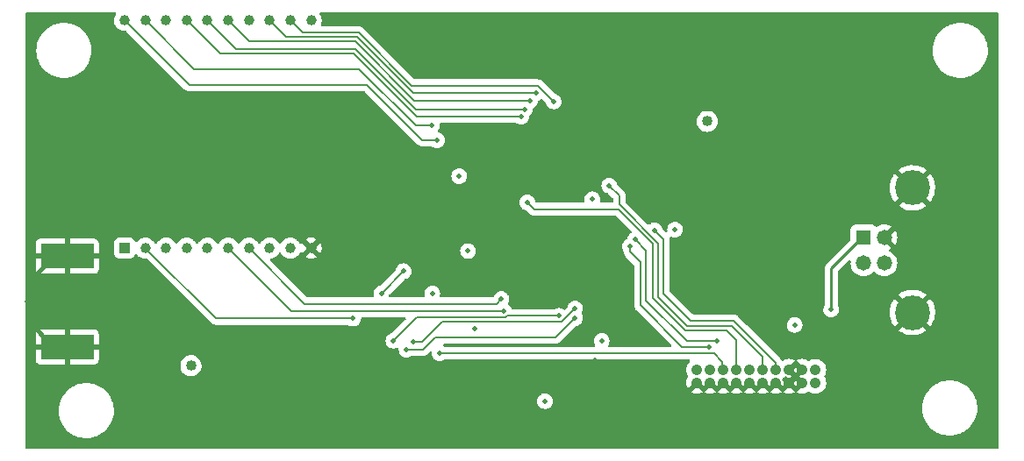
<source format=gbr>
%TF.GenerationSoftware,KiCad,Pcbnew,(6.0.8)*%
%TF.CreationDate,2022-10-11T12:40:35-07:00*%
%TF.ProjectId,Ground-Station-Telemetry,47726f75-6e64-42d5-9374-6174696f6e2d,rev?*%
%TF.SameCoordinates,Original*%
%TF.FileFunction,Copper,L4,Bot*%
%TF.FilePolarity,Positive*%
%FSLAX46Y46*%
G04 Gerber Fmt 4.6, Leading zero omitted, Abs format (unit mm)*
G04 Created by KiCad (PCBNEW (6.0.8)) date 2022-10-11 12:40:35*
%MOMM*%
%LPD*%
G01*
G04 APERTURE LIST*
%TA.AperFunction,SMDPad,CuDef*%
%ADD10R,5.080000X2.413000*%
%TD*%
%TA.AperFunction,ComponentPad*%
%ADD11R,1.008000X1.008000*%
%TD*%
%TA.AperFunction,ComponentPad*%
%ADD12C,1.008000*%
%TD*%
%TA.AperFunction,ComponentPad*%
%ADD13R,1.478000X1.478000*%
%TD*%
%TA.AperFunction,ComponentPad*%
%ADD14C,1.478000*%
%TD*%
%TA.AperFunction,ComponentPad*%
%ADD15C,3.366000*%
%TD*%
%TA.AperFunction,ComponentPad*%
%ADD16C,1.066800*%
%TD*%
%TA.AperFunction,ViaPad*%
%ADD17C,0.500000*%
%TD*%
%TA.AperFunction,ViaPad*%
%ADD18C,1.016000*%
%TD*%
%TA.AperFunction,Conductor*%
%ADD19C,0.200000*%
%TD*%
%TA.AperFunction,Conductor*%
%ADD20C,0.381000*%
%TD*%
%TA.AperFunction,Conductor*%
%ADD21C,0.254000*%
%TD*%
G04 APERTURE END LIST*
D10*
%TO.P,AE1,2,Shield*%
%TO.N,Earth*%
X135699500Y-96329500D03*
X135699500Y-105105200D03*
%TD*%
D11*
%TO.P,U5,1,VCC*%
%TO.N,3.3V*%
X141237500Y-95560000D03*
D12*
%TO.P,U5,2,TX*%
%TO.N,XBEE_TX*%
X143237500Y-95560000D03*
%TO.P,U5,3,RX*%
%TO.N,XBEE_RX*%
X145237500Y-95560000D03*
%TO.P,U5,4,MISO*%
%TO.N,XBEE_MISO*%
X147237500Y-95560000D03*
%TO.P,U5,5,~{RESET}*%
%TO.N,~{XBEE_RST}*%
X149237500Y-95560000D03*
%TO.P,U5,6,PWM0*%
%TO.N,XBEE_PWM0*%
X151237500Y-95560000D03*
%TO.P,U5,7,PWM1*%
%TO.N,XBEE_PWM1*%
X153237500Y-95560000D03*
%TO.P,U5,8,NC*%
%TO.N,unconnected-(U5-Pad8)*%
X155237500Y-95560000D03*
%TO.P,U5,9,DI8*%
%TO.N,XBEE_DIO8*%
X157237500Y-95560000D03*
%TO.P,U5,10,GND*%
%TO.N,Earth*%
X159237500Y-95560000D03*
%TO.P,U5,11,MOSI*%
%TO.N,XBEE_MOSI*%
X159237500Y-73560000D03*
%TO.P,U5,12,DI07*%
%TO.N,XBEE_DIO7*%
X157237500Y-73560000D03*
%TO.P,U5,13,~{SLEEP}*%
%TO.N,~{XBEE_SLEEP}*%
X155237500Y-73560000D03*
%TO.P,U5,14,VREF*%
%TO.N,unconnected-(U5-Pad14)*%
X153237500Y-73560000D03*
%TO.P,U5,15,DI05*%
%TO.N,XBEE_DIO5*%
X151237500Y-73560000D03*
%TO.P,U5,16,DIO6*%
%TO.N,XBEE_DIO6*%
X149237500Y-73560000D03*
%TO.P,U5,17,SPI_SS*%
%TO.N,XBEE_SS*%
X147237500Y-73560000D03*
%TO.P,U5,18,SCK*%
%TO.N,XBEE_SCK*%
X145237500Y-73560000D03*
%TO.P,U5,19,DIO1*%
%TO.N,XBEE_DIO1*%
X143237500Y-73560000D03*
%TO.P,U5,20,DIO0*%
%TO.N,XBEE_DIO0*%
X141237500Y-73560000D03*
%TD*%
D13*
%TO.P,P2,1,VCC*%
%TO.N,5V*%
X212545500Y-94508000D03*
D14*
%TO.P,P2,2,D-*%
%TO.N,/Connectivity/D-*%
X212545500Y-97008000D03*
%TO.P,P2,3,D+*%
%TO.N,/Connectivity/D+*%
X214545500Y-97008000D03*
%TO.P,P2,4,GND*%
%TO.N,Earth*%
X214545500Y-94508000D03*
D15*
%TO.P,P2,S1,SHIELD*%
X217255500Y-101778000D03*
%TO.P,P2,S2,SHIELD*%
X217255500Y-89738000D03*
%TD*%
D16*
%TO.P,P1,1,1*%
%TO.N,3.3V*%
X207899000Y-107303950D03*
%TO.P,P1,2,2*%
X207899000Y-108573950D03*
%TO.P,P1,3,3*%
%TO.N,Earth*%
X206629000Y-107303950D03*
%TO.P,P1,4,4*%
X206629000Y-108573950D03*
%TO.P,P1,5,5*%
X205359000Y-107303950D03*
%TO.P,P1,6,6*%
X205359000Y-108573950D03*
%TO.P,P1,7,7*%
%TO.N,SWDIO*%
X204089000Y-107303950D03*
%TO.P,P1,8,8*%
%TO.N,Earth*%
X204089000Y-108573950D03*
%TO.P,P1,9,9*%
%TO.N,SWCLK*%
X202819000Y-107303950D03*
%TO.P,P1,10,10*%
%TO.N,Earth*%
X202819000Y-108573950D03*
%TO.P,P1,11,11*%
%TO.N,unconnected-(P1-Pad11)*%
X201549000Y-107303950D03*
%TO.P,P1,12,12*%
%TO.N,Earth*%
X201549000Y-108573950D03*
%TO.P,P1,13,13*%
%TO.N,SWO*%
X200279000Y-107303950D03*
%TO.P,P1,14,14*%
%TO.N,Earth*%
X200279000Y-108573950D03*
%TO.P,P1,15,15*%
%TO.N,NRST*%
X199009000Y-107303950D03*
%TO.P,P1,16,16*%
%TO.N,Earth*%
X199009000Y-108573950D03*
%TO.P,P1,17,17*%
%TO.N,unconnected-(P1-Pad17)*%
X197739000Y-107303950D03*
%TO.P,P1,18,18*%
%TO.N,Earth*%
X197739000Y-108573950D03*
%TO.P,P1,19,19*%
%TO.N,unconnected-(P1-Pad19)*%
X196469000Y-107303950D03*
%TO.P,P1,20,20*%
%TO.N,Earth*%
X196469000Y-108573950D03*
%TD*%
D17*
%TO.N,USB_RX*%
X197612000Y-105105200D03*
%TO.N,SWDIO*%
X192379600Y-93827600D03*
%TO.N,3.3V*%
X174377800Y-95841000D03*
X175040000Y-103344000D03*
%TO.N,Earth*%
X203694400Y-93333200D03*
X194818000Y-94996000D03*
%TO.N,3.3V*%
X194360800Y-93776800D03*
X186374600Y-90841000D03*
X173532800Y-88595200D03*
%TO.N,XBEE_SS*%
X179527200Y-82854800D03*
%TO.N,XBEE_DIO6*%
X179832000Y-82143600D03*
%TO.N,XBEE_DIO5*%
X180340000Y-81330800D03*
%TO.N,~{XBEE_SLEEP}*%
X180949600Y-80568800D03*
%TO.N,XBEE_DIO0*%
X171399200Y-85140800D03*
%TO.N,XBEE_DIO1*%
X170891200Y-83718400D03*
%TO.N,XBEE_DIO7*%
X182626000Y-81381600D03*
%TO.N,XBEE_PWM1*%
X177596800Y-100482400D03*
%TO.N,XBEE_PWM0*%
X177850800Y-101650800D03*
%TO.N,XBEE_TX*%
X163271200Y-102362000D03*
%TO.N,LORA_MOSI*%
X169113200Y-104648000D03*
%TO.N,LORA_MISO*%
X168452800Y-105359200D03*
%TO.N,LORA_SCK*%
X167182800Y-104495600D03*
%TO.N,3.3V*%
X170929300Y-99936300D03*
%TO.N,Earth*%
X171284900Y-98513900D03*
%TO.N,NRST*%
X171652999Y-105715001D03*
%TO.N,LORA_IO5*%
X166014400Y-99923600D03*
X168148000Y-97790000D03*
%TO.N,LORA_SCK*%
X183134000Y-102108000D03*
%TO.N,LORA_MOSI*%
X184708800Y-101396800D03*
%TO.N,LORA_MISO*%
X184708800Y-102311200D03*
D18*
%TO.N,Earth*%
X157388800Y-112918000D03*
X142443200Y-100939600D03*
%TO.N,3.3V*%
X147640800Y-106918000D03*
%TO.N,Earth*%
X132080000Y-100736400D03*
X196392800Y-80365600D03*
X196884200Y-85683000D03*
X208127600Y-79705200D03*
%TO.N,3.3V*%
X197459600Y-83312000D03*
D17*
%TO.N,SWO*%
X180086000Y-91135200D03*
%TO.N,USB_TX*%
X190500000Y-94742000D03*
%TO.N,USB_RX*%
X189992000Y-95402400D03*
%TO.N,USB_TX*%
X198374000Y-104546400D03*
%TO.N,SWCLK*%
X188010800Y-89509600D03*
%TO.N,3.3V*%
X187274200Y-104521000D03*
%TO.N,Earth*%
X186625600Y-106361600D03*
%TO.N,3.3V*%
X181813200Y-110337600D03*
%TO.N,Earth*%
X177228500Y-87566500D03*
X168402000Y-94107000D03*
X173648000Y-108419000D03*
X192620000Y-90590000D03*
%TO.N,3.3V*%
X205895000Y-102969000D03*
%TO.N,Earth*%
X198628000Y-100584000D03*
X196850000Y-100584000D03*
X198628000Y-98806000D03*
X196850000Y-98806000D03*
%TO.N,5V*%
X209423000Y-101473000D03*
%TO.N,Earth*%
X203835000Y-99314000D03*
%TD*%
D19*
%TO.N,SWDIO*%
X192379600Y-93827600D02*
X193243200Y-94691200D01*
X193243200Y-94691200D02*
X193243200Y-99974400D01*
X193243200Y-99974400D02*
X195834000Y-102565200D01*
X195834000Y-102565200D02*
X199999600Y-102565200D01*
X199999600Y-102565200D02*
X204063600Y-106629200D01*
X204063600Y-106629200D02*
X204063600Y-107238800D01*
%TO.N,LORA_MOSI*%
X183515000Y-102590600D02*
X183743600Y-102362000D01*
X183743600Y-102362000D02*
X183870600Y-102235000D01*
X169113200Y-104648000D02*
X169926000Y-104648000D01*
X169926000Y-104648000D02*
X171897782Y-102676218D01*
X171897782Y-102676218D02*
X183429382Y-102676218D01*
X183429382Y-102676218D02*
X183743600Y-102362000D01*
X183870600Y-102235000D02*
X184708800Y-101396800D01*
%TO.N,LORA_SCK*%
X183134000Y-102108000D02*
X178171418Y-102108000D01*
X178171418Y-102108000D02*
X178003200Y-102276218D01*
X178003200Y-102276218D02*
X169402182Y-102276218D01*
X169402182Y-102276218D02*
X167182800Y-104495600D01*
%TO.N,XBEE_SS*%
X147237500Y-73560000D02*
X150436300Y-76758800D01*
X150436300Y-76758800D02*
X163365914Y-76758800D01*
X163365914Y-76758800D02*
X169461914Y-82854800D01*
X169461914Y-82854800D02*
X179527200Y-82854800D01*
%TO.N,XBEE_DIO6*%
X149237500Y-73560000D02*
X152029900Y-76352400D01*
X152029900Y-76352400D02*
X163525200Y-76352400D01*
X163525200Y-76352400D02*
X169316400Y-82143600D01*
X169316400Y-82143600D02*
X179832000Y-82143600D01*
%TO.N,XBEE_DIO5*%
X151237500Y-73560000D02*
X153267900Y-75590400D01*
X153267900Y-75590400D02*
X163474400Y-75590400D01*
X163474400Y-75590400D02*
X169214800Y-81330800D01*
X169214800Y-81330800D02*
X180340000Y-81330800D01*
%TO.N,~{XBEE_SLEEP}*%
X155237500Y-73560000D02*
X156861500Y-75184000D01*
X156861500Y-75184000D02*
X163677600Y-75184000D01*
X163677600Y-75184000D02*
X169062400Y-80568800D01*
X169062400Y-80568800D02*
X180949600Y-80568800D01*
%TO.N,XBEE_DIO0*%
X141237500Y-73560000D02*
X147484300Y-79806800D01*
X147484300Y-79806800D02*
X164642800Y-79806800D01*
X164642800Y-79806800D02*
X169976800Y-85140800D01*
X169976800Y-85140800D02*
X171399200Y-85140800D01*
%TO.N,XBEE_DIO1*%
X143237500Y-73560000D02*
X147960300Y-78282800D01*
X147960300Y-78282800D02*
X163880800Y-78282800D01*
X163880800Y-78282800D02*
X169316400Y-83718400D01*
X169316400Y-83718400D02*
X170891200Y-83718400D01*
%TO.N,XBEE_DIO7*%
X168960800Y-79857600D02*
X181102000Y-79857600D01*
X157237500Y-73560000D02*
X158404300Y-74726800D01*
X158404300Y-74726800D02*
X163830000Y-74726800D01*
X163830000Y-74726800D02*
X168960800Y-79857600D01*
X181102000Y-79857600D02*
X182626000Y-81381600D01*
%TO.N,XBEE_PWM1*%
X158617100Y-100939600D02*
X177139600Y-100939600D01*
X177139600Y-100939600D02*
X177596800Y-100482400D01*
X153237500Y-95560000D02*
X158617100Y-100939600D01*
%TO.N,XBEE_PWM0*%
X177850800Y-101650800D02*
X157327600Y-101650800D01*
X157327600Y-101650800D02*
X151180800Y-95504000D01*
%TO.N,XBEE_TX*%
X163271200Y-102362000D02*
X150063200Y-102362000D01*
X150063200Y-102362000D02*
X143306800Y-95605600D01*
%TO.N,LORA_MISO*%
X171196000Y-104190800D02*
X182829200Y-104190800D01*
X168452800Y-105359200D02*
X170027600Y-105359200D01*
X170027600Y-105359200D02*
X171196000Y-104190800D01*
%TO.N,NRST*%
X198120201Y-105715001D02*
X198932800Y-106527600D01*
X171652999Y-105715001D02*
X198120201Y-105715001D01*
X198932800Y-106527600D02*
X198932800Y-107238800D01*
%TO.N,LORA_IO5*%
X168148000Y-97790000D02*
X166014400Y-99923600D01*
%TO.N,LORA_MISO*%
X182829200Y-104190800D02*
X184708800Y-102311200D01*
D20*
%TO.N,Earth*%
X135699500Y-105105200D02*
X134416800Y-105105200D01*
X134416800Y-105105200D02*
X131978400Y-102666800D01*
X131978400Y-102666800D02*
X131978400Y-98806000D01*
X131978400Y-98806000D02*
X134454900Y-96329500D01*
X134454900Y-96329500D02*
X135699500Y-96329500D01*
X134366000Y-104749600D02*
X134518400Y-104749600D01*
D19*
%TO.N,SWO*%
X200279000Y-107303950D02*
X200279000Y-104470200D01*
X200279000Y-104470200D02*
X199282000Y-103473200D01*
X199282000Y-103473200D02*
X195363514Y-103473200D01*
X195363514Y-103473200D02*
X192227200Y-100336885D01*
X192227200Y-100336885D02*
X192227200Y-95155286D01*
X192227200Y-95155286D02*
X188867514Y-91795600D01*
X188867514Y-91795600D02*
X180746400Y-91795600D01*
X180746400Y-91795600D02*
X180086000Y-91135200D01*
%TO.N,USB_TX*%
X191566800Y-100634800D02*
X191566800Y-96164400D01*
X190500000Y-94742000D02*
X191566800Y-95808800D01*
X191566800Y-95808800D02*
X191566800Y-96164400D01*
%TO.N,USB_RX*%
X191008000Y-96926400D02*
X191008000Y-101092000D01*
X189992000Y-95910400D02*
X191008000Y-96926400D01*
X189992000Y-95402400D02*
X189992000Y-95910400D01*
%TO.N,USB_TX*%
X198374000Y-104546400D02*
X195478400Y-104546400D01*
X195478400Y-104546400D02*
X191566800Y-100634800D01*
%TO.N,USB_RX*%
X195021200Y-105105200D02*
X197612000Y-105105200D01*
X191008000Y-101092000D02*
X195021200Y-105105200D01*
%TO.N,SWCLK*%
X197358000Y-103073200D02*
X199847200Y-103073200D01*
X192735200Y-95097600D02*
X192735200Y-100279200D01*
X188010800Y-89509600D02*
X188976000Y-90474800D01*
X188976000Y-90474800D02*
X188976000Y-91338400D01*
X192735200Y-100279200D02*
X195529200Y-103073200D01*
X188976000Y-91338400D02*
X192735200Y-95097600D01*
X195529200Y-103073200D02*
X197358000Y-103073200D01*
X199847200Y-103073200D02*
X202793600Y-106019600D01*
X202793600Y-106019600D02*
X202793600Y-107340400D01*
D21*
%TO.N,5V*%
X209423000Y-101473000D02*
X209423000Y-97536000D01*
X209423000Y-97536000D02*
X212471000Y-94488000D01*
%TD*%
%TA.AperFunction,Conductor*%
%TO.N,Earth*%
G36*
X140375261Y-72791502D02*
G01*
X140421754Y-72845158D01*
X140431858Y-72915432D01*
X140405145Y-72975174D01*
X140405472Y-72975398D01*
X140404241Y-72977195D01*
X140403662Y-72978491D01*
X140398030Y-72985203D01*
X140302373Y-73159204D01*
X140242334Y-73348471D01*
X140220200Y-73545795D01*
X140236815Y-73743660D01*
X140253096Y-73800440D01*
X140267217Y-73849683D01*
X140291546Y-73934530D01*
X140382308Y-74111133D01*
X140399548Y-74132884D01*
X140501815Y-74261915D01*
X140501819Y-74261920D01*
X140505644Y-74266745D01*
X140510337Y-74270739D01*
X140510338Y-74270740D01*
X140530369Y-74287787D01*
X140656857Y-74395436D01*
X140704024Y-74421797D01*
X140824807Y-74489302D01*
X140824813Y-74489305D01*
X140830185Y-74492307D01*
X141019028Y-74553665D01*
X141216193Y-74577176D01*
X141222327Y-74576704D01*
X141222329Y-74576704D01*
X141248286Y-74574706D01*
X141323632Y-74568908D01*
X141393085Y-74583625D01*
X141422393Y-74605442D01*
X147019985Y-80203034D01*
X147030852Y-80215425D01*
X147050313Y-80240787D01*
X147082225Y-80265274D01*
X147082228Y-80265277D01*
X147148432Y-80316077D01*
X147177425Y-80338324D01*
X147325450Y-80399638D01*
X147444415Y-80415300D01*
X147444420Y-80415300D01*
X147444429Y-80415301D01*
X147476112Y-80419472D01*
X147484300Y-80420550D01*
X147515993Y-80416378D01*
X147532436Y-80415300D01*
X164338561Y-80415300D01*
X164406682Y-80435302D01*
X164427656Y-80452205D01*
X169512485Y-85537034D01*
X169523352Y-85549425D01*
X169542813Y-85574787D01*
X169574725Y-85599274D01*
X169574728Y-85599277D01*
X169669924Y-85672324D01*
X169817949Y-85733638D01*
X169826136Y-85734716D01*
X169826137Y-85734716D01*
X169837342Y-85736191D01*
X169868538Y-85740298D01*
X169936915Y-85749300D01*
X169936918Y-85749300D01*
X169936926Y-85749301D01*
X169968611Y-85753472D01*
X169976800Y-85754550D01*
X170008493Y-85750378D01*
X170024936Y-85749300D01*
X170906219Y-85749300D01*
X170975212Y-85769868D01*
X171055046Y-85822110D01*
X171061650Y-85824566D01*
X171061652Y-85824567D01*
X171098044Y-85838101D01*
X171214541Y-85881426D01*
X171383215Y-85903932D01*
X171390226Y-85903294D01*
X171390230Y-85903294D01*
X171545662Y-85889148D01*
X171552683Y-85888509D01*
X171559385Y-85886331D01*
X171559387Y-85886331D01*
X171707823Y-85838101D01*
X171707826Y-85838100D01*
X171714522Y-85835924D01*
X171860690Y-85748790D01*
X171865784Y-85743939D01*
X171865788Y-85743936D01*
X171946267Y-85667296D01*
X171983921Y-85631439D01*
X172005290Y-85599277D01*
X172074190Y-85495573D01*
X172078091Y-85489702D01*
X172138519Y-85330625D01*
X172162201Y-85162113D01*
X172162499Y-85140800D01*
X172143531Y-84971692D01*
X172087568Y-84810989D01*
X171997392Y-84666679D01*
X171877486Y-84545932D01*
X171856006Y-84532300D01*
X171751705Y-84466109D01*
X171733808Y-84454751D01*
X171573500Y-84397668D01*
X171566501Y-84396833D01*
X171559644Y-84395225D01*
X171560179Y-84392946D01*
X171505058Y-84369366D01*
X171465244Y-84310584D01*
X171463529Y-84239608D01*
X171480297Y-84202453D01*
X171570091Y-84067302D01*
X171630519Y-83908225D01*
X171654201Y-83739713D01*
X171654318Y-83731364D01*
X171654444Y-83722361D01*
X171654444Y-83722355D01*
X171654499Y-83718400D01*
X171643230Y-83617932D01*
X171641594Y-83603345D01*
X171653879Y-83533419D01*
X171702018Y-83481235D01*
X171766809Y-83463300D01*
X179034219Y-83463300D01*
X179103212Y-83483868D01*
X179122342Y-83496386D01*
X179183046Y-83536110D01*
X179189650Y-83538566D01*
X179189652Y-83538567D01*
X179226044Y-83552101D01*
X179342541Y-83595426D01*
X179511215Y-83617932D01*
X179518226Y-83617294D01*
X179518230Y-83617294D01*
X179673662Y-83603148D01*
X179680683Y-83602509D01*
X179687385Y-83600331D01*
X179687387Y-83600331D01*
X179835823Y-83552101D01*
X179835826Y-83552100D01*
X179842522Y-83549924D01*
X179988690Y-83462790D01*
X179993784Y-83457939D01*
X179993788Y-83457936D01*
X180061033Y-83393899D01*
X180111921Y-83345439D01*
X180143613Y-83297739D01*
X196438282Y-83297739D01*
X196454962Y-83496386D01*
X196482436Y-83592198D01*
X196485633Y-83603345D01*
X196509910Y-83688009D01*
X196601030Y-83865311D01*
X196724853Y-84021537D01*
X196876663Y-84150737D01*
X196882041Y-84153743D01*
X196882043Y-84153744D01*
X196923997Y-84177191D01*
X197050676Y-84247989D01*
X197056535Y-84249893D01*
X197056538Y-84249894D01*
X197092301Y-84261514D01*
X197240265Y-84309591D01*
X197246375Y-84310320D01*
X197246377Y-84310320D01*
X197313914Y-84318373D01*
X197438209Y-84333194D01*
X197444344Y-84332722D01*
X197444346Y-84332722D01*
X197630826Y-84318373D01*
X197630831Y-84318372D01*
X197636967Y-84317900D01*
X197642897Y-84316244D01*
X197642899Y-84316244D01*
X197732968Y-84291096D01*
X197828970Y-84264292D01*
X197834470Y-84261514D01*
X198001402Y-84177191D01*
X198001404Y-84177190D01*
X198006903Y-84174412D01*
X198163990Y-84051682D01*
X198186562Y-84025532D01*
X198290218Y-83905446D01*
X198290219Y-83905444D01*
X198294247Y-83900778D01*
X198392712Y-83727448D01*
X198455635Y-83538294D01*
X198479999Y-83345439D01*
X198480178Y-83344023D01*
X198480179Y-83344013D01*
X198480620Y-83340520D01*
X198481018Y-83312000D01*
X198461565Y-83113606D01*
X198459784Y-83107707D01*
X198459783Y-83107702D01*
X198405729Y-82928667D01*
X198403948Y-82922768D01*
X198352645Y-82826281D01*
X198313255Y-82752198D01*
X198313253Y-82752195D01*
X198310361Y-82746756D01*
X198306471Y-82741986D01*
X198306468Y-82741982D01*
X198188263Y-82597049D01*
X198188260Y-82597046D01*
X198184368Y-82592274D01*
X198030770Y-82465206D01*
X197855415Y-82370392D01*
X197664985Y-82311444D01*
X197658860Y-82310800D01*
X197658859Y-82310800D01*
X197472860Y-82291251D01*
X197472858Y-82291251D01*
X197466731Y-82290607D01*
X197343852Y-82301790D01*
X197274346Y-82308115D01*
X197274345Y-82308115D01*
X197268205Y-82308674D01*
X197262291Y-82310415D01*
X197262289Y-82310415D01*
X197184109Y-82333425D01*
X197076970Y-82364958D01*
X196900309Y-82457314D01*
X196895509Y-82461174D01*
X196895508Y-82461174D01*
X196890493Y-82465206D01*
X196744951Y-82582225D01*
X196616814Y-82734933D01*
X196520779Y-82909621D01*
X196460502Y-83099635D01*
X196438282Y-83297739D01*
X180143613Y-83297739D01*
X180206091Y-83203702D01*
X180266519Y-83044625D01*
X180290201Y-82876113D01*
X180290499Y-82854800D01*
X180287300Y-82826281D01*
X180299584Y-82756356D01*
X180325623Y-82720990D01*
X180416721Y-82634239D01*
X180510891Y-82492502D01*
X180571319Y-82333425D01*
X180595001Y-82164913D01*
X180595299Y-82143600D01*
X180594869Y-82139768D01*
X180611512Y-82070773D01*
X180656196Y-82025403D01*
X180795441Y-81942397D01*
X180795447Y-81942392D01*
X180801490Y-81938790D01*
X180806584Y-81933939D01*
X180806588Y-81933936D01*
X180897540Y-81847323D01*
X180924721Y-81821439D01*
X181018891Y-81679702D01*
X181079319Y-81520625D01*
X181095862Y-81402913D01*
X181097283Y-81392801D01*
X181126571Y-81328127D01*
X181183121Y-81290503D01*
X181258223Y-81266101D01*
X181258226Y-81266100D01*
X181264922Y-81263924D01*
X181411090Y-81176790D01*
X181411180Y-81176942D01*
X181474345Y-81152899D01*
X181543819Y-81167525D01*
X181573271Y-81189420D01*
X181842612Y-81458761D01*
X181876638Y-81521073D01*
X181878177Y-81530859D01*
X181878694Y-81533290D01*
X181879381Y-81540299D01*
X181933094Y-81701767D01*
X181936741Y-81707789D01*
X181936742Y-81707791D01*
X182008513Y-81826298D01*
X182021246Y-81847323D01*
X182139455Y-81969732D01*
X182281846Y-82062910D01*
X182288450Y-82065366D01*
X182288452Y-82065367D01*
X182324844Y-82078901D01*
X182441341Y-82122226D01*
X182610015Y-82144732D01*
X182617026Y-82144094D01*
X182617030Y-82144094D01*
X182772462Y-82129948D01*
X182779483Y-82129309D01*
X182786185Y-82127131D01*
X182786187Y-82127131D01*
X182934623Y-82078901D01*
X182934626Y-82078900D01*
X182941322Y-82076724D01*
X183087490Y-81989590D01*
X183092584Y-81984739D01*
X183092588Y-81984736D01*
X183159833Y-81920699D01*
X183210721Y-81872239D01*
X183244473Y-81821439D01*
X183300990Y-81736373D01*
X183304891Y-81730502D01*
X183365319Y-81571425D01*
X183389001Y-81402913D01*
X183389299Y-81381600D01*
X183370331Y-81212492D01*
X183362297Y-81189420D01*
X183316686Y-81058446D01*
X183314368Y-81051789D01*
X183224192Y-80907479D01*
X183104286Y-80786732D01*
X182960608Y-80695551D01*
X182932416Y-80685512D01*
X182806935Y-80640830D01*
X182806930Y-80640829D01*
X182800300Y-80638468D01*
X182793312Y-80637635D01*
X182793309Y-80637634D01*
X182779040Y-80635933D01*
X182713767Y-80608006D01*
X182704863Y-80599914D01*
X181566315Y-79461366D01*
X181555448Y-79448975D01*
X181541013Y-79430163D01*
X181535987Y-79423613D01*
X181504075Y-79399126D01*
X181504072Y-79399123D01*
X181408876Y-79326076D01*
X181260851Y-79264762D01*
X181252664Y-79263684D01*
X181252663Y-79263684D01*
X181241458Y-79262209D01*
X181210262Y-79258102D01*
X181141885Y-79249100D01*
X181141882Y-79249100D01*
X181141874Y-79249099D01*
X181110189Y-79244928D01*
X181102000Y-79243850D01*
X181070307Y-79248022D01*
X181053864Y-79249100D01*
X169265038Y-79249100D01*
X169196917Y-79229098D01*
X169175943Y-79212195D01*
X166464234Y-76500485D01*
X219205854Y-76500485D01*
X219206156Y-76504320D01*
X219224108Y-76732417D01*
X219231370Y-76824695D01*
X219296206Y-77143378D01*
X219399398Y-77451784D01*
X219539405Y-77745316D01*
X219714141Y-78019597D01*
X219716584Y-78022560D01*
X219716585Y-78022562D01*
X219866308Y-78204190D01*
X219921001Y-78270538D01*
X220156902Y-78494399D01*
X220418326Y-78687843D01*
X220512765Y-78741274D01*
X220698019Y-78846086D01*
X220698023Y-78846088D01*
X220701376Y-78847985D01*
X221001832Y-78972438D01*
X221040657Y-78983205D01*
X221311500Y-79058317D01*
X221311508Y-79058319D01*
X221315216Y-79059347D01*
X221636856Y-79107416D01*
X221640154Y-79107560D01*
X221751918Y-79112440D01*
X221751922Y-79112440D01*
X221753294Y-79112500D01*
X221951598Y-79112500D01*
X222193605Y-79097698D01*
X222197388Y-79096997D01*
X222197395Y-79096996D01*
X222397459Y-79059916D01*
X222513372Y-79038433D01*
X222722682Y-78972438D01*
X222819860Y-78941798D01*
X222819863Y-78941797D01*
X222823532Y-78940640D01*
X222827029Y-78939046D01*
X222827035Y-78939044D01*
X223115954Y-78807376D01*
X223115958Y-78807374D01*
X223119462Y-78805777D01*
X223224715Y-78741278D01*
X223393473Y-78637863D01*
X223393476Y-78637861D01*
X223396751Y-78635854D01*
X223399755Y-78633464D01*
X223399760Y-78633461D01*
X223524007Y-78534630D01*
X223651264Y-78433405D01*
X223653958Y-78430664D01*
X223653962Y-78430660D01*
X223876513Y-78204190D01*
X223876517Y-78204185D01*
X223879208Y-78201447D01*
X224077185Y-77943439D01*
X224242242Y-77663227D01*
X224371920Y-77364988D01*
X224375875Y-77351638D01*
X224463191Y-77056861D01*
X224464285Y-77053169D01*
X224517961Y-76732417D01*
X224532146Y-76407515D01*
X224519388Y-76245410D01*
X224506932Y-76087140D01*
X224506932Y-76087137D01*
X224506630Y-76083305D01*
X224441794Y-75764622D01*
X224338602Y-75456216D01*
X224198595Y-75162684D01*
X224023859Y-74888403D01*
X224021415Y-74885438D01*
X223819442Y-74640425D01*
X223819438Y-74640420D01*
X223816999Y-74637462D01*
X223581098Y-74413601D01*
X223319674Y-74220157D01*
X223165420Y-74132884D01*
X223039981Y-74061914D01*
X223039977Y-74061912D01*
X223036624Y-74060015D01*
X222999511Y-74044642D01*
X222810139Y-73966202D01*
X222736168Y-73935562D01*
X222632712Y-73906871D01*
X222426500Y-73849683D01*
X222426492Y-73849681D01*
X222422784Y-73848653D01*
X222101144Y-73800584D01*
X222097846Y-73800440D01*
X221986082Y-73795560D01*
X221986078Y-73795560D01*
X221984706Y-73795500D01*
X221786402Y-73795500D01*
X221544395Y-73810302D01*
X221540612Y-73811003D01*
X221540605Y-73811004D01*
X221384512Y-73839934D01*
X221224628Y-73869567D01*
X221040058Y-73927762D01*
X220918140Y-73966202D01*
X220918137Y-73966203D01*
X220914468Y-73967360D01*
X220910971Y-73968954D01*
X220910965Y-73968956D01*
X220622046Y-74100624D01*
X220622042Y-74100626D01*
X220618538Y-74102223D01*
X220615259Y-74104233D01*
X220615256Y-74104234D01*
X220347483Y-74268326D01*
X220341249Y-74272146D01*
X220338245Y-74274536D01*
X220338240Y-74274539D01*
X220275148Y-74324725D01*
X220086736Y-74474595D01*
X220084042Y-74477336D01*
X220084038Y-74477340D01*
X219861487Y-74703810D01*
X219861483Y-74703815D01*
X219858792Y-74706553D01*
X219764745Y-74829117D01*
X219666795Y-74956768D01*
X219660815Y-74964561D01*
X219495758Y-75244773D01*
X219366080Y-75543012D01*
X219273715Y-75854831D01*
X219220039Y-76175583D01*
X219205854Y-76500485D01*
X166464234Y-76500485D01*
X164294315Y-74330566D01*
X164283448Y-74318175D01*
X164269013Y-74299363D01*
X164263987Y-74292813D01*
X164232075Y-74268326D01*
X164232072Y-74268323D01*
X164172290Y-74222450D01*
X164143429Y-74200304D01*
X164143427Y-74200303D01*
X164136876Y-74195276D01*
X163988851Y-74133962D01*
X163980664Y-74132884D01*
X163980663Y-74132884D01*
X163969458Y-74131409D01*
X163938262Y-74127302D01*
X163869885Y-74118300D01*
X163869882Y-74118300D01*
X163869874Y-74118299D01*
X163838189Y-74114128D01*
X163830000Y-74113050D01*
X163798307Y-74117222D01*
X163781864Y-74118300D01*
X160293579Y-74118300D01*
X160225458Y-74098298D01*
X160178965Y-74044642D01*
X160168861Y-73974368D01*
X160174021Y-73952528D01*
X160208765Y-73848084D01*
X160229616Y-73785403D01*
X160254502Y-73588407D01*
X160254899Y-73560000D01*
X160235523Y-73362386D01*
X160178132Y-73172299D01*
X160168301Y-73153809D01*
X160087807Y-73002422D01*
X160087805Y-73002419D01*
X160084913Y-72996980D01*
X160068728Y-72977135D01*
X160041174Y-72911703D01*
X160053370Y-72841762D01*
X160101443Y-72789517D01*
X160166371Y-72771500D01*
X225425500Y-72771500D01*
X225493621Y-72791502D01*
X225540114Y-72845158D01*
X225551500Y-72897500D01*
X225551500Y-114808500D01*
X225531498Y-114876621D01*
X225477842Y-114923114D01*
X225425500Y-114934500D01*
X131825500Y-114934500D01*
X131757379Y-114914498D01*
X131710886Y-114860842D01*
X131699500Y-114808500D01*
X131699500Y-111298485D01*
X134877854Y-111298485D01*
X134878156Y-111302320D01*
X134901652Y-111600861D01*
X134903370Y-111622695D01*
X134968206Y-111941378D01*
X135071398Y-112249784D01*
X135211405Y-112543316D01*
X135213467Y-112546553D01*
X135213470Y-112546558D01*
X135224325Y-112563597D01*
X135386141Y-112817597D01*
X135388584Y-112820560D01*
X135388585Y-112820562D01*
X135565973Y-113035750D01*
X135593001Y-113068538D01*
X135828902Y-113292399D01*
X136090326Y-113485843D01*
X136146223Y-113517468D01*
X136370019Y-113644086D01*
X136370023Y-113644088D01*
X136373376Y-113645985D01*
X136376937Y-113647460D01*
X136376939Y-113647461D01*
X136398761Y-113656500D01*
X136673832Y-113770438D01*
X136777288Y-113799129D01*
X136983500Y-113856317D01*
X136983508Y-113856319D01*
X136987216Y-113857347D01*
X137308856Y-113905416D01*
X137312154Y-113905560D01*
X137423918Y-113910440D01*
X137423922Y-113910440D01*
X137425294Y-113910500D01*
X137623598Y-113910500D01*
X137865605Y-113895698D01*
X137869388Y-113894997D01*
X137869395Y-113894996D01*
X138069459Y-113857916D01*
X138185372Y-113836433D01*
X138394682Y-113770438D01*
X138491860Y-113739798D01*
X138491863Y-113739797D01*
X138495532Y-113738640D01*
X138499029Y-113737046D01*
X138499035Y-113737044D01*
X138787954Y-113605376D01*
X138787958Y-113605374D01*
X138791462Y-113603777D01*
X138825147Y-113583135D01*
X139065473Y-113435863D01*
X139065476Y-113435861D01*
X139068751Y-113433854D01*
X139071755Y-113431464D01*
X139071760Y-113431461D01*
X139196007Y-113332630D01*
X139323264Y-113231405D01*
X139325958Y-113228664D01*
X139325962Y-113228660D01*
X139548513Y-113002190D01*
X139548517Y-113002185D01*
X139551208Y-112999447D01*
X139749185Y-112741439D01*
X139914242Y-112461227D01*
X140043920Y-112162988D01*
X140136285Y-111851169D01*
X140189961Y-111530417D01*
X140204146Y-111205515D01*
X140189156Y-111015052D01*
X140178932Y-110885140D01*
X140178932Y-110885137D01*
X140178630Y-110881305D01*
X140113794Y-110562622D01*
X140034936Y-110326943D01*
X181049975Y-110326943D01*
X181066581Y-110496299D01*
X181120294Y-110657767D01*
X181123941Y-110663789D01*
X181123942Y-110663791D01*
X181137697Y-110686502D01*
X181208446Y-110803323D01*
X181326655Y-110925732D01*
X181469046Y-111018910D01*
X181475650Y-111021366D01*
X181475652Y-111021367D01*
X181512044Y-111034901D01*
X181628541Y-111078226D01*
X181797215Y-111100732D01*
X181804226Y-111100094D01*
X181804230Y-111100094D01*
X181959662Y-111085948D01*
X181966683Y-111085309D01*
X181973385Y-111083131D01*
X181973387Y-111083131D01*
X182092327Y-111044485D01*
X218189854Y-111044485D01*
X218194231Y-111100094D01*
X218209542Y-111294638D01*
X218215370Y-111368695D01*
X218280206Y-111687378D01*
X218383398Y-111995784D01*
X218523405Y-112289316D01*
X218698141Y-112563597D01*
X218700584Y-112566560D01*
X218700585Y-112566562D01*
X218850308Y-112748190D01*
X218905001Y-112814538D01*
X219140902Y-113038399D01*
X219402326Y-113231843D01*
X219543851Y-113311914D01*
X219682019Y-113390086D01*
X219682023Y-113390088D01*
X219685376Y-113391985D01*
X219985832Y-113516438D01*
X220089288Y-113545129D01*
X220295500Y-113602317D01*
X220295508Y-113602319D01*
X220299216Y-113603347D01*
X220620856Y-113651416D01*
X220624154Y-113651560D01*
X220735918Y-113656440D01*
X220735922Y-113656440D01*
X220737294Y-113656500D01*
X220935598Y-113656500D01*
X221177605Y-113641698D01*
X221181388Y-113640997D01*
X221181395Y-113640996D01*
X221337489Y-113612065D01*
X221497372Y-113582433D01*
X221706682Y-113516438D01*
X221803860Y-113485798D01*
X221803863Y-113485797D01*
X221807532Y-113484640D01*
X221811029Y-113483046D01*
X221811035Y-113483044D01*
X222099954Y-113351376D01*
X222099958Y-113351374D01*
X222103462Y-113349777D01*
X222193361Y-113294687D01*
X222377473Y-113181863D01*
X222377476Y-113181861D01*
X222380751Y-113179854D01*
X222383755Y-113177464D01*
X222383760Y-113177461D01*
X222524419Y-113065575D01*
X222635264Y-112977405D01*
X222637958Y-112974664D01*
X222637962Y-112974660D01*
X222860513Y-112748190D01*
X222860517Y-112748185D01*
X222863208Y-112745447D01*
X223061185Y-112487439D01*
X223226242Y-112207227D01*
X223355920Y-111908988D01*
X223448285Y-111597169D01*
X223501961Y-111276417D01*
X223516146Y-110951515D01*
X223503388Y-110789410D01*
X223490932Y-110631140D01*
X223490932Y-110631137D01*
X223490630Y-110627305D01*
X223425794Y-110308622D01*
X223322602Y-110000216D01*
X223182595Y-109706684D01*
X223171742Y-109689647D01*
X223110574Y-109593634D01*
X223007859Y-109432403D01*
X223005415Y-109429438D01*
X222803442Y-109184425D01*
X222803438Y-109184420D01*
X222800999Y-109181462D01*
X222565098Y-108957601D01*
X222303674Y-108764157D01*
X222097807Y-108647683D01*
X222023981Y-108605914D01*
X222023977Y-108605912D01*
X222020624Y-108604015D01*
X222010106Y-108599658D01*
X221794139Y-108510202D01*
X221720168Y-108479562D01*
X221616712Y-108450871D01*
X221410500Y-108393683D01*
X221410492Y-108393681D01*
X221406784Y-108392653D01*
X221085144Y-108344584D01*
X221081846Y-108344440D01*
X220970082Y-108339560D01*
X220970078Y-108339560D01*
X220968706Y-108339500D01*
X220770402Y-108339500D01*
X220528395Y-108354302D01*
X220524612Y-108355003D01*
X220524605Y-108355004D01*
X220368512Y-108383934D01*
X220208628Y-108413567D01*
X220088431Y-108451465D01*
X219902140Y-108510202D01*
X219902137Y-108510203D01*
X219898468Y-108511360D01*
X219894971Y-108512954D01*
X219894965Y-108512956D01*
X219606046Y-108644624D01*
X219606042Y-108644626D01*
X219602538Y-108646223D01*
X219599259Y-108648233D01*
X219599256Y-108648234D01*
X219332423Y-108811750D01*
X219325249Y-108816146D01*
X219322245Y-108818536D01*
X219322240Y-108818539D01*
X219270225Y-108859914D01*
X219070736Y-109018595D01*
X219068042Y-109021336D01*
X219068038Y-109021340D01*
X218845487Y-109247810D01*
X218845483Y-109247815D01*
X218842792Y-109250553D01*
X218780207Y-109332115D01*
X218685724Y-109455248D01*
X218644815Y-109508561D01*
X218578783Y-109620661D01*
X218510778Y-109736112D01*
X218479758Y-109788773D01*
X218350080Y-110087012D01*
X218348986Y-110090706D01*
X218348984Y-110090711D01*
X218323871Y-110175491D01*
X218257715Y-110398831D01*
X218204039Y-110719583D01*
X218189854Y-111044485D01*
X182092327Y-111044485D01*
X182121823Y-111034901D01*
X182121826Y-111034900D01*
X182128522Y-111032724D01*
X182274690Y-110945590D01*
X182279784Y-110940739D01*
X182279788Y-110940736D01*
X182347033Y-110876699D01*
X182397921Y-110828239D01*
X182492091Y-110686502D01*
X182552519Y-110527425D01*
X182576201Y-110358913D01*
X182576499Y-110337600D01*
X182557531Y-110168492D01*
X182501568Y-110007789D01*
X182495583Y-109998210D01*
X182470107Y-109957442D01*
X182411392Y-109863479D01*
X182291486Y-109742732D01*
X182275239Y-109732421D01*
X182229575Y-109703442D01*
X182147808Y-109651551D01*
X181987500Y-109594468D01*
X181818529Y-109574320D01*
X181811526Y-109575056D01*
X181811525Y-109575056D01*
X181656301Y-109591370D01*
X181656297Y-109591371D01*
X181649293Y-109592107D01*
X181642622Y-109594378D01*
X181494873Y-109644675D01*
X181494870Y-109644676D01*
X181488203Y-109646946D01*
X181482205Y-109650636D01*
X181482203Y-109650637D01*
X181349265Y-109732421D01*
X181349263Y-109732423D01*
X181343266Y-109736112D01*
X181221686Y-109855173D01*
X181129504Y-109998210D01*
X181071303Y-110158116D01*
X181049975Y-110326943D01*
X140034936Y-110326943D01*
X140010602Y-110254216D01*
X139870595Y-109960684D01*
X139695859Y-109686403D01*
X139693415Y-109683438D01*
X139515515Y-109467628D01*
X195940152Y-109467628D01*
X195945062Y-109474186D01*
X196044681Y-109529863D01*
X196055919Y-109534772D01*
X196238434Y-109594074D01*
X196250408Y-109596707D01*
X196440973Y-109619430D01*
X196453222Y-109619687D01*
X196644572Y-109604963D01*
X196656642Y-109602835D01*
X196841486Y-109551226D01*
X196852918Y-109546792D01*
X196989368Y-109477866D01*
X197001901Y-109466112D01*
X197001636Y-109465796D01*
X197000321Y-109464481D01*
X197207679Y-109464481D01*
X197207955Y-109464694D01*
X197215061Y-109474186D01*
X197314681Y-109529863D01*
X197325919Y-109534772D01*
X197508434Y-109594074D01*
X197520408Y-109596707D01*
X197710973Y-109619430D01*
X197723222Y-109619687D01*
X197914572Y-109604963D01*
X197926642Y-109602835D01*
X198111486Y-109551226D01*
X198122918Y-109546792D01*
X198259368Y-109477866D01*
X198271901Y-109466112D01*
X198271636Y-109465796D01*
X198270321Y-109464481D01*
X198477679Y-109464481D01*
X198477955Y-109464694D01*
X198485061Y-109474186D01*
X198584681Y-109529863D01*
X198595919Y-109534772D01*
X198778434Y-109594074D01*
X198790408Y-109596707D01*
X198980973Y-109619430D01*
X198993222Y-109619687D01*
X199184572Y-109604963D01*
X199196642Y-109602835D01*
X199381486Y-109551226D01*
X199392918Y-109546792D01*
X199529368Y-109477866D01*
X199541901Y-109466112D01*
X199541636Y-109465796D01*
X199540321Y-109464481D01*
X199747679Y-109464481D01*
X199747955Y-109464694D01*
X199755061Y-109474186D01*
X199854681Y-109529863D01*
X199865919Y-109534772D01*
X200048434Y-109594074D01*
X200060408Y-109596707D01*
X200250973Y-109619430D01*
X200263222Y-109619687D01*
X200454572Y-109604963D01*
X200466642Y-109602835D01*
X200651486Y-109551226D01*
X200662918Y-109546792D01*
X200799368Y-109477866D01*
X200811901Y-109466112D01*
X200811636Y-109465796D01*
X200810321Y-109464481D01*
X201017679Y-109464481D01*
X201017955Y-109464694D01*
X201025061Y-109474186D01*
X201124681Y-109529863D01*
X201135919Y-109534772D01*
X201318434Y-109594074D01*
X201330408Y-109596707D01*
X201520973Y-109619430D01*
X201533222Y-109619687D01*
X201724572Y-109604963D01*
X201736642Y-109602835D01*
X201921486Y-109551226D01*
X201932918Y-109546792D01*
X202069368Y-109477866D01*
X202081901Y-109466112D01*
X202081636Y-109465796D01*
X202080321Y-109464481D01*
X202287679Y-109464481D01*
X202287955Y-109464694D01*
X202295061Y-109474186D01*
X202394681Y-109529863D01*
X202405919Y-109534772D01*
X202588434Y-109594074D01*
X202600408Y-109596707D01*
X202790973Y-109619430D01*
X202803222Y-109619687D01*
X202994572Y-109604963D01*
X203006642Y-109602835D01*
X203191486Y-109551226D01*
X203202918Y-109546792D01*
X203339368Y-109477866D01*
X203351901Y-109466112D01*
X203351636Y-109465796D01*
X203350321Y-109464481D01*
X203557679Y-109464481D01*
X203557955Y-109464694D01*
X203565061Y-109474186D01*
X203664681Y-109529863D01*
X203675919Y-109534772D01*
X203858434Y-109594074D01*
X203870408Y-109596707D01*
X204060973Y-109619430D01*
X204073222Y-109619687D01*
X204264572Y-109604963D01*
X204276642Y-109602835D01*
X204461486Y-109551226D01*
X204472918Y-109546792D01*
X204609368Y-109477866D01*
X204621901Y-109466112D01*
X204621636Y-109465796D01*
X204620321Y-109464481D01*
X204827679Y-109464481D01*
X204827955Y-109464694D01*
X204835061Y-109474186D01*
X204934681Y-109529863D01*
X204945919Y-109534772D01*
X205128434Y-109594074D01*
X205140408Y-109596707D01*
X205330973Y-109619430D01*
X205343222Y-109619687D01*
X205534572Y-109604963D01*
X205546642Y-109602835D01*
X205731486Y-109551226D01*
X205742918Y-109546792D01*
X205879368Y-109477866D01*
X205891901Y-109466112D01*
X205891636Y-109465796D01*
X205371812Y-108945972D01*
X205357868Y-108938358D01*
X205356035Y-108938489D01*
X205349420Y-108942740D01*
X204827679Y-109464481D01*
X204620321Y-109464481D01*
X204101812Y-108945972D01*
X204087868Y-108938358D01*
X204086035Y-108938489D01*
X204079420Y-108942740D01*
X203557679Y-109464481D01*
X203350321Y-109464481D01*
X202831812Y-108945972D01*
X202817868Y-108938358D01*
X202816035Y-108938489D01*
X202809420Y-108942740D01*
X202287679Y-109464481D01*
X202080321Y-109464481D01*
X201561812Y-108945972D01*
X201547868Y-108938358D01*
X201546035Y-108938489D01*
X201539420Y-108942740D01*
X201017679Y-109464481D01*
X200810321Y-109464481D01*
X200291812Y-108945972D01*
X200277868Y-108938358D01*
X200276035Y-108938489D01*
X200269420Y-108942740D01*
X199747679Y-109464481D01*
X199540321Y-109464481D01*
X199021812Y-108945972D01*
X199007868Y-108938358D01*
X199006035Y-108938489D01*
X198999420Y-108942740D01*
X198477679Y-109464481D01*
X198270321Y-109464481D01*
X197751812Y-108945972D01*
X197737868Y-108938358D01*
X197736035Y-108938489D01*
X197729420Y-108942740D01*
X197207679Y-109464481D01*
X197000321Y-109464481D01*
X196481812Y-108945972D01*
X196467868Y-108938358D01*
X196466035Y-108938489D01*
X196459420Y-108942740D01*
X195946912Y-109455248D01*
X195940152Y-109467628D01*
X139515515Y-109467628D01*
X139491442Y-109438425D01*
X139491438Y-109438420D01*
X139488999Y-109435462D01*
X139253098Y-109211601D01*
X138991674Y-109018157D01*
X138786781Y-108902234D01*
X138711981Y-108859914D01*
X138711977Y-108859912D01*
X138708624Y-108858015D01*
X138676098Y-108844542D01*
X138582802Y-108805898D01*
X138408168Y-108733562D01*
X138304712Y-108704871D01*
X138098500Y-108647683D01*
X138098492Y-108647681D01*
X138094784Y-108646653D01*
X137773144Y-108598584D01*
X137769846Y-108598440D01*
X137658082Y-108593560D01*
X137658078Y-108593560D01*
X137656706Y-108593500D01*
X137458402Y-108593500D01*
X137216395Y-108608302D01*
X137212612Y-108609003D01*
X137212605Y-108609004D01*
X137056512Y-108637934D01*
X136896628Y-108667567D01*
X136763313Y-108709601D01*
X136590140Y-108764202D01*
X136590137Y-108764203D01*
X136586468Y-108765360D01*
X136582971Y-108766954D01*
X136582965Y-108766956D01*
X136294046Y-108898624D01*
X136294042Y-108898626D01*
X136290538Y-108900223D01*
X136287259Y-108902233D01*
X136287256Y-108902234D01*
X136097373Y-109018595D01*
X136013249Y-109070146D01*
X136010245Y-109072536D01*
X136010240Y-109072539D01*
X135973354Y-109101880D01*
X135758736Y-109272595D01*
X135756042Y-109275336D01*
X135756038Y-109275340D01*
X135533487Y-109501810D01*
X135533483Y-109501815D01*
X135530792Y-109504553D01*
X135332815Y-109762561D01*
X135221255Y-109951953D01*
X135194008Y-109998210D01*
X135167758Y-110042773D01*
X135038080Y-110341012D01*
X135036986Y-110344706D01*
X135036984Y-110344711D01*
X135032777Y-110358913D01*
X134945715Y-110652831D01*
X134892039Y-110973583D01*
X134877854Y-111298485D01*
X131699500Y-111298485D01*
X131699500Y-106903739D01*
X146619482Y-106903739D01*
X146636162Y-107102386D01*
X146648179Y-107144294D01*
X146688013Y-107283207D01*
X146691110Y-107294009D01*
X146782230Y-107471311D01*
X146906053Y-107627537D01*
X147057863Y-107756737D01*
X147063241Y-107759743D01*
X147063243Y-107759744D01*
X147105197Y-107783191D01*
X147231876Y-107853989D01*
X147237735Y-107855893D01*
X147237738Y-107855894D01*
X147287147Y-107871948D01*
X147421465Y-107915591D01*
X147427575Y-107916320D01*
X147427577Y-107916320D01*
X147495114Y-107924373D01*
X147619409Y-107939194D01*
X147625544Y-107938722D01*
X147625546Y-107938722D01*
X147812026Y-107924373D01*
X147812031Y-107924372D01*
X147818167Y-107923900D01*
X147824097Y-107922244D01*
X147824099Y-107922244D01*
X147914169Y-107897096D01*
X148010170Y-107870292D01*
X148019437Y-107865611D01*
X148182602Y-107783191D01*
X148182604Y-107783190D01*
X148188103Y-107780412D01*
X148345190Y-107657682D01*
X148367762Y-107631532D01*
X148471418Y-107511446D01*
X148471419Y-107511444D01*
X148475447Y-107506778D01*
X148479941Y-107498868D01*
X148570865Y-107338811D01*
X148573912Y-107333448D01*
X148636835Y-107144294D01*
X148650850Y-107033358D01*
X148661378Y-106950023D01*
X148661379Y-106950013D01*
X148661820Y-106946520D01*
X148662218Y-106918000D01*
X148642765Y-106719606D01*
X148640984Y-106713707D01*
X148640983Y-106713702D01*
X148586929Y-106534667D01*
X148585148Y-106528768D01*
X148535821Y-106435997D01*
X148494455Y-106358198D01*
X148494453Y-106358195D01*
X148491561Y-106352756D01*
X148487671Y-106347986D01*
X148487668Y-106347982D01*
X148369463Y-106203049D01*
X148369460Y-106203046D01*
X148365568Y-106198274D01*
X148351161Y-106186355D01*
X148268817Y-106118234D01*
X148211970Y-106071206D01*
X148036615Y-105976392D01*
X147846185Y-105917444D01*
X147840060Y-105916800D01*
X147840059Y-105916800D01*
X147654060Y-105897251D01*
X147654058Y-105897251D01*
X147647931Y-105896607D01*
X147525052Y-105907790D01*
X147455546Y-105914115D01*
X147455545Y-105914115D01*
X147449405Y-105914674D01*
X147443491Y-105916415D01*
X147443489Y-105916415D01*
X147333191Y-105948878D01*
X147258170Y-105970958D01*
X147081509Y-106063314D01*
X147076709Y-106067174D01*
X147076708Y-106067174D01*
X147071693Y-106071206D01*
X146926151Y-106188225D01*
X146798014Y-106340933D01*
X146701979Y-106515621D01*
X146700118Y-106521488D01*
X146700117Y-106521490D01*
X146686204Y-106565349D01*
X146641702Y-106705635D01*
X146619482Y-106903739D01*
X131699500Y-106903739D01*
X131699500Y-106356369D01*
X132651501Y-106356369D01*
X132651871Y-106363190D01*
X132657395Y-106414052D01*
X132661021Y-106429304D01*
X132706176Y-106549754D01*
X132714714Y-106565349D01*
X132791215Y-106667424D01*
X132803776Y-106679985D01*
X132905851Y-106756486D01*
X132921446Y-106765024D01*
X133041894Y-106810178D01*
X133057149Y-106813805D01*
X133108014Y-106819331D01*
X133114828Y-106819700D01*
X135427385Y-106819700D01*
X135442624Y-106815225D01*
X135443829Y-106813835D01*
X135445500Y-106806152D01*
X135445500Y-106801584D01*
X135953500Y-106801584D01*
X135957975Y-106816823D01*
X135959365Y-106818028D01*
X135967048Y-106819699D01*
X138284169Y-106819699D01*
X138290990Y-106819329D01*
X138341852Y-106813805D01*
X138357104Y-106810179D01*
X138477554Y-106765024D01*
X138493149Y-106756486D01*
X138595224Y-106679985D01*
X138607785Y-106667424D01*
X138684286Y-106565349D01*
X138692824Y-106549754D01*
X138737978Y-106429306D01*
X138741605Y-106414051D01*
X138747131Y-106363186D01*
X138747500Y-106356372D01*
X138747500Y-105377315D01*
X138743025Y-105362076D01*
X138741635Y-105360871D01*
X138733952Y-105359200D01*
X135971615Y-105359200D01*
X135956376Y-105363675D01*
X135955171Y-105365065D01*
X135953500Y-105372748D01*
X135953500Y-106801584D01*
X135445500Y-106801584D01*
X135445500Y-105377315D01*
X135441025Y-105362076D01*
X135439635Y-105360871D01*
X135431952Y-105359200D01*
X132669616Y-105359200D01*
X132654377Y-105363675D01*
X132653172Y-105365065D01*
X132651501Y-105372748D01*
X132651501Y-106356369D01*
X131699500Y-106356369D01*
X131699500Y-104833085D01*
X132651500Y-104833085D01*
X132655975Y-104848324D01*
X132657365Y-104849529D01*
X132665048Y-104851200D01*
X135427385Y-104851200D01*
X135442624Y-104846725D01*
X135443829Y-104845335D01*
X135445500Y-104837652D01*
X135445500Y-104833085D01*
X135953500Y-104833085D01*
X135957975Y-104848324D01*
X135959365Y-104849529D01*
X135967048Y-104851200D01*
X138729384Y-104851200D01*
X138744623Y-104846725D01*
X138745828Y-104845335D01*
X138747499Y-104837652D01*
X138747499Y-103854031D01*
X138747129Y-103847210D01*
X138741605Y-103796348D01*
X138737979Y-103781096D01*
X138692824Y-103660646D01*
X138684286Y-103645051D01*
X138607785Y-103542976D01*
X138595224Y-103530415D01*
X138493149Y-103453914D01*
X138477554Y-103445376D01*
X138357106Y-103400222D01*
X138341851Y-103396595D01*
X138290986Y-103391069D01*
X138284172Y-103390700D01*
X135971615Y-103390700D01*
X135956376Y-103395175D01*
X135955171Y-103396565D01*
X135953500Y-103404248D01*
X135953500Y-104833085D01*
X135445500Y-104833085D01*
X135445500Y-103408816D01*
X135441025Y-103393577D01*
X135439635Y-103392372D01*
X135431952Y-103390701D01*
X133114831Y-103390701D01*
X133108010Y-103391071D01*
X133057148Y-103396595D01*
X133041896Y-103400221D01*
X132921446Y-103445376D01*
X132905851Y-103453914D01*
X132803776Y-103530415D01*
X132791215Y-103542976D01*
X132714714Y-103645051D01*
X132706176Y-103660646D01*
X132661022Y-103781094D01*
X132657395Y-103796349D01*
X132651869Y-103847214D01*
X132651500Y-103854028D01*
X132651500Y-104833085D01*
X131699500Y-104833085D01*
X131699500Y-97580669D01*
X132651501Y-97580669D01*
X132651871Y-97587490D01*
X132657395Y-97638352D01*
X132661021Y-97653604D01*
X132706176Y-97774054D01*
X132714714Y-97789649D01*
X132791215Y-97891724D01*
X132803776Y-97904285D01*
X132905851Y-97980786D01*
X132921446Y-97989324D01*
X133041894Y-98034478D01*
X133057149Y-98038105D01*
X133108014Y-98043631D01*
X133114828Y-98044000D01*
X135427385Y-98044000D01*
X135442624Y-98039525D01*
X135443829Y-98038135D01*
X135445500Y-98030452D01*
X135445500Y-98025884D01*
X135953500Y-98025884D01*
X135957975Y-98041123D01*
X135959365Y-98042328D01*
X135967048Y-98043999D01*
X138284169Y-98043999D01*
X138290990Y-98043629D01*
X138341852Y-98038105D01*
X138357104Y-98034479D01*
X138477554Y-97989324D01*
X138493149Y-97980786D01*
X138595224Y-97904285D01*
X138607785Y-97891724D01*
X138684286Y-97789649D01*
X138692824Y-97774054D01*
X138737978Y-97653606D01*
X138741605Y-97638351D01*
X138747131Y-97587486D01*
X138747500Y-97580672D01*
X138747500Y-96601615D01*
X138743025Y-96586376D01*
X138741635Y-96585171D01*
X138733952Y-96583500D01*
X135971615Y-96583500D01*
X135956376Y-96587975D01*
X135955171Y-96589365D01*
X135953500Y-96597048D01*
X135953500Y-98025884D01*
X135445500Y-98025884D01*
X135445500Y-96601615D01*
X135441025Y-96586376D01*
X135439635Y-96585171D01*
X135431952Y-96583500D01*
X132669616Y-96583500D01*
X132654377Y-96587975D01*
X132653172Y-96589365D01*
X132651501Y-96597048D01*
X132651501Y-97580669D01*
X131699500Y-97580669D01*
X131699500Y-96112134D01*
X140225000Y-96112134D01*
X140231755Y-96174316D01*
X140282885Y-96310705D01*
X140370239Y-96427261D01*
X140486795Y-96514615D01*
X140623184Y-96565745D01*
X140685366Y-96572500D01*
X141789634Y-96572500D01*
X141851816Y-96565745D01*
X141988205Y-96514615D01*
X142104761Y-96427261D01*
X142192115Y-96310705D01*
X142210674Y-96261199D01*
X142225725Y-96221051D01*
X142268367Y-96164287D01*
X142334928Y-96139587D01*
X142404277Y-96154795D01*
X142442452Y-96187016D01*
X142505644Y-96266745D01*
X142510337Y-96270739D01*
X142510338Y-96270740D01*
X142625648Y-96368875D01*
X142656857Y-96395436D01*
X142724051Y-96432990D01*
X142824807Y-96489302D01*
X142824813Y-96489305D01*
X142830185Y-96492307D01*
X143019028Y-96553665D01*
X143216193Y-96577176D01*
X143222328Y-96576704D01*
X143222330Y-96576704D01*
X143278098Y-96572412D01*
X143345639Y-96567215D01*
X143415092Y-96581932D01*
X143444400Y-96603749D01*
X149598885Y-102758234D01*
X149609752Y-102770625D01*
X149629213Y-102795987D01*
X149635763Y-102801013D01*
X149661121Y-102820471D01*
X149661137Y-102820485D01*
X149703042Y-102852639D01*
X149756324Y-102893524D01*
X149830337Y-102924181D01*
X149896720Y-102951678D01*
X149896723Y-102951679D01*
X149904350Y-102954838D01*
X150063200Y-102975751D01*
X150094899Y-102971578D01*
X150111344Y-102970500D01*
X162778219Y-102970500D01*
X162847212Y-102991068D01*
X162870526Y-103006324D01*
X162927046Y-103043310D01*
X162933650Y-103045766D01*
X162933652Y-103045767D01*
X162968990Y-103058909D01*
X163086541Y-103102626D01*
X163255215Y-103125132D01*
X163262226Y-103124494D01*
X163262230Y-103124494D01*
X163417662Y-103110348D01*
X163424683Y-103109709D01*
X163431385Y-103107531D01*
X163431387Y-103107531D01*
X163579823Y-103059301D01*
X163579826Y-103059300D01*
X163586522Y-103057124D01*
X163732690Y-102969990D01*
X163737784Y-102965139D01*
X163737788Y-102965136D01*
X163812987Y-102893524D01*
X163855921Y-102852639D01*
X163877292Y-102820474D01*
X163946190Y-102716773D01*
X163950091Y-102710902D01*
X164010519Y-102551825D01*
X164034201Y-102383313D01*
X164034256Y-102379366D01*
X164034544Y-102375628D01*
X164059716Y-102309244D01*
X164116782Y-102267007D01*
X164160172Y-102259300D01*
X168254361Y-102259300D01*
X168322482Y-102279302D01*
X168368975Y-102332958D01*
X168379079Y-102403232D01*
X168349585Y-102467812D01*
X168343456Y-102474395D01*
X167105033Y-103712818D01*
X167042721Y-103746844D01*
X167029113Y-103749032D01*
X167025907Y-103749369D01*
X167025900Y-103749371D01*
X167018893Y-103750107D01*
X167012222Y-103752378D01*
X166864473Y-103802675D01*
X166864470Y-103802676D01*
X166857803Y-103804946D01*
X166851805Y-103808636D01*
X166851803Y-103808637D01*
X166718865Y-103890421D01*
X166718863Y-103890423D01*
X166712866Y-103894112D01*
X166591286Y-104013173D01*
X166587475Y-104019087D01*
X166587473Y-104019089D01*
X166565713Y-104052854D01*
X166499104Y-104156210D01*
X166440903Y-104316116D01*
X166419575Y-104484943D01*
X166436181Y-104654299D01*
X166438405Y-104660984D01*
X166438405Y-104660985D01*
X166458810Y-104722324D01*
X166489894Y-104815767D01*
X166493541Y-104821789D01*
X166493542Y-104821791D01*
X166572231Y-104951721D01*
X166578046Y-104961323D01*
X166696255Y-105083732D01*
X166838646Y-105176910D01*
X166845250Y-105179366D01*
X166845252Y-105179367D01*
X166877374Y-105191313D01*
X166998141Y-105236226D01*
X167166815Y-105258732D01*
X167173826Y-105258094D01*
X167173830Y-105258094D01*
X167329262Y-105243948D01*
X167336283Y-105243309D01*
X167342985Y-105241131D01*
X167342987Y-105241131D01*
X167491423Y-105192901D01*
X167491426Y-105192900D01*
X167498122Y-105190724D01*
X167504173Y-105187117D01*
X167504831Y-105186725D01*
X167505309Y-105186602D01*
X167510591Y-105184206D01*
X167511012Y-105185134D01*
X167573587Y-105169028D01*
X167640995Y-105191313D01*
X167685655Y-105246504D01*
X167694350Y-105310748D01*
X167689575Y-105348543D01*
X167706181Y-105517899D01*
X167759894Y-105679367D01*
X167763541Y-105685389D01*
X167763542Y-105685391D01*
X167843658Y-105817677D01*
X167848046Y-105824923D01*
X167966255Y-105947332D01*
X168015141Y-105979322D01*
X168100483Y-106035168D01*
X168108646Y-106040510D01*
X168115250Y-106042966D01*
X168115252Y-106042967D01*
X168169875Y-106063281D01*
X168268141Y-106099826D01*
X168436815Y-106122332D01*
X168443826Y-106121694D01*
X168443830Y-106121694D01*
X168599262Y-106107548D01*
X168606283Y-106106909D01*
X168612985Y-106104731D01*
X168612987Y-106104731D01*
X168761423Y-106056501D01*
X168761426Y-106056500D01*
X168768122Y-106054324D01*
X168883623Y-105985471D01*
X168948141Y-105967700D01*
X169979464Y-105967700D01*
X169995907Y-105968778D01*
X170027600Y-105972950D01*
X170035789Y-105971872D01*
X170067474Y-105967701D01*
X170067484Y-105967700D01*
X170067485Y-105967700D01*
X170167057Y-105954591D01*
X170178264Y-105953116D01*
X170178266Y-105953115D01*
X170186451Y-105952038D01*
X170334476Y-105890724D01*
X170429672Y-105817677D01*
X170429675Y-105817674D01*
X170461587Y-105793187D01*
X170466617Y-105786632D01*
X170481052Y-105767821D01*
X170491919Y-105755430D01*
X170679690Y-105567659D01*
X170742002Y-105533633D01*
X170812817Y-105538698D01*
X170869653Y-105581245D01*
X170894464Y-105647765D01*
X170893791Y-105672546D01*
X170889774Y-105704344D01*
X170906380Y-105873700D01*
X170908604Y-105880385D01*
X170908604Y-105880386D01*
X170912043Y-105890724D01*
X170960093Y-106035168D01*
X170963740Y-106041190D01*
X170963741Y-106041192D01*
X171044485Y-106174515D01*
X171048245Y-106180724D01*
X171166454Y-106303133D01*
X171308845Y-106396311D01*
X171315449Y-106398767D01*
X171315451Y-106398768D01*
X171353973Y-106413094D01*
X171468340Y-106455627D01*
X171637014Y-106478133D01*
X171644025Y-106477495D01*
X171644029Y-106477495D01*
X171799461Y-106463349D01*
X171806482Y-106462710D01*
X171813184Y-106460532D01*
X171813186Y-106460532D01*
X171961622Y-106412302D01*
X171961625Y-106412301D01*
X171968321Y-106410125D01*
X172083822Y-106341272D01*
X172148340Y-106323501D01*
X195667792Y-106323501D01*
X195735913Y-106343503D01*
X195782406Y-106397159D01*
X195792510Y-106467433D01*
X195763016Y-106532013D01*
X195746745Y-106547697D01*
X195736494Y-106555939D01*
X195605155Y-106712463D01*
X195602191Y-106717855D01*
X195602188Y-106717859D01*
X195546201Y-106819700D01*
X195506720Y-106891516D01*
X195504859Y-106897383D01*
X195504858Y-106897385D01*
X195488160Y-106950023D01*
X195444937Y-107086279D01*
X195422161Y-107289332D01*
X195425374Y-107327595D01*
X195436983Y-107465834D01*
X195439259Y-107492943D01*
X195440958Y-107498868D01*
X195491742Y-107675972D01*
X195495579Y-107689355D01*
X195498394Y-107694832D01*
X195498395Y-107694835D01*
X195531715Y-107759668D01*
X195588976Y-107871087D01*
X195590984Y-107873621D01*
X195610786Y-107940745D01*
X195595201Y-108001605D01*
X195510147Y-108156319D01*
X195505319Y-108167583D01*
X195447290Y-108350514D01*
X195444742Y-108362502D01*
X195423350Y-108553214D01*
X195423179Y-108565483D01*
X195439237Y-108756713D01*
X195441450Y-108768772D01*
X195494348Y-108953250D01*
X195498861Y-108964647D01*
X195565342Y-109094006D01*
X195575059Y-109104224D01*
X195581860Y-109101880D01*
X196301961Y-108381779D01*
X196364273Y-108347753D01*
X196405974Y-108345760D01*
X196447075Y-108350661D01*
X196453210Y-108350189D01*
X196453212Y-108350189D01*
X196644658Y-108335459D01*
X196644663Y-108335458D01*
X196650799Y-108334986D01*
X196656731Y-108333330D01*
X196656735Y-108333329D01*
X196736807Y-108310972D01*
X196765872Y-108302857D01*
X196836861Y-108303803D01*
X196896070Y-108342979D01*
X196924700Y-108407947D01*
X196913661Y-108478080D01*
X196888850Y-108513310D01*
X196841022Y-108561138D01*
X196833408Y-108575082D01*
X196833539Y-108576915D01*
X196837790Y-108583530D01*
X197091188Y-108836928D01*
X197105132Y-108844542D01*
X197106965Y-108844411D01*
X197113580Y-108840160D01*
X197366978Y-108586762D01*
X197374592Y-108572818D01*
X197374461Y-108570985D01*
X197370210Y-108564370D01*
X197319617Y-108513777D01*
X197285591Y-108451465D01*
X197290656Y-108380650D01*
X197333203Y-108323814D01*
X197399723Y-108299003D01*
X197447648Y-108304849D01*
X197514185Y-108326468D01*
X197717075Y-108350661D01*
X197723210Y-108350189D01*
X197723212Y-108350189D01*
X197914658Y-108335459D01*
X197914663Y-108335458D01*
X197920799Y-108334986D01*
X197926731Y-108333330D01*
X197926735Y-108333329D01*
X198006807Y-108310972D01*
X198035872Y-108302857D01*
X198106861Y-108303803D01*
X198166070Y-108342979D01*
X198194700Y-108407947D01*
X198183661Y-108478080D01*
X198158850Y-108513310D01*
X198111022Y-108561138D01*
X198103408Y-108575082D01*
X198103539Y-108576915D01*
X198107790Y-108583530D01*
X198361188Y-108836928D01*
X198375132Y-108844542D01*
X198376965Y-108844411D01*
X198383580Y-108840160D01*
X198636978Y-108586762D01*
X198644592Y-108572818D01*
X198644461Y-108570985D01*
X198640210Y-108564370D01*
X198589617Y-108513777D01*
X198555591Y-108451465D01*
X198560656Y-108380650D01*
X198603203Y-108323814D01*
X198669723Y-108299003D01*
X198717648Y-108304849D01*
X198784185Y-108326468D01*
X198987075Y-108350661D01*
X198993210Y-108350189D01*
X198993212Y-108350189D01*
X199184658Y-108335459D01*
X199184663Y-108335458D01*
X199190799Y-108334986D01*
X199196731Y-108333330D01*
X199196735Y-108333329D01*
X199276807Y-108310972D01*
X199305872Y-108302857D01*
X199376861Y-108303803D01*
X199436070Y-108342979D01*
X199464700Y-108407947D01*
X199453661Y-108478080D01*
X199428850Y-108513310D01*
X199381022Y-108561138D01*
X199373408Y-108575082D01*
X199373539Y-108576915D01*
X199377790Y-108583530D01*
X199631188Y-108836928D01*
X199645132Y-108844542D01*
X199646965Y-108844411D01*
X199653580Y-108840160D01*
X199906978Y-108586762D01*
X199914592Y-108572818D01*
X199914461Y-108570985D01*
X199910210Y-108564370D01*
X199859617Y-108513777D01*
X199825591Y-108451465D01*
X199830656Y-108380650D01*
X199873203Y-108323814D01*
X199939723Y-108299003D01*
X199987648Y-108304849D01*
X200054185Y-108326468D01*
X200257075Y-108350661D01*
X200263210Y-108350189D01*
X200263212Y-108350189D01*
X200454658Y-108335459D01*
X200454663Y-108335458D01*
X200460799Y-108334986D01*
X200466731Y-108333330D01*
X200466735Y-108333329D01*
X200546807Y-108310972D01*
X200575872Y-108302857D01*
X200646861Y-108303803D01*
X200706070Y-108342979D01*
X200734700Y-108407947D01*
X200723661Y-108478080D01*
X200698850Y-108513310D01*
X200651022Y-108561138D01*
X200643408Y-108575082D01*
X200643539Y-108576915D01*
X200647790Y-108583530D01*
X200901188Y-108836928D01*
X200915132Y-108844542D01*
X200916965Y-108844411D01*
X200923580Y-108840160D01*
X201176978Y-108586762D01*
X201184592Y-108572818D01*
X201184461Y-108570985D01*
X201180210Y-108564370D01*
X201129617Y-108513777D01*
X201095591Y-108451465D01*
X201100656Y-108380650D01*
X201143203Y-108323814D01*
X201209723Y-108299003D01*
X201257648Y-108304849D01*
X201324185Y-108326468D01*
X201527075Y-108350661D01*
X201533210Y-108350189D01*
X201533212Y-108350189D01*
X201724658Y-108335459D01*
X201724663Y-108335458D01*
X201730799Y-108334986D01*
X201736731Y-108333330D01*
X201736735Y-108333329D01*
X201816807Y-108310972D01*
X201845872Y-108302857D01*
X201916861Y-108303803D01*
X201976070Y-108342979D01*
X202004700Y-108407947D01*
X201993661Y-108478080D01*
X201968850Y-108513310D01*
X201921022Y-108561138D01*
X201913408Y-108575082D01*
X201913539Y-108576915D01*
X201917790Y-108583530D01*
X202171188Y-108836928D01*
X202185132Y-108844542D01*
X202186965Y-108844411D01*
X202193580Y-108840160D01*
X202446978Y-108586762D01*
X202454592Y-108572818D01*
X202454461Y-108570985D01*
X202450210Y-108564370D01*
X202399617Y-108513777D01*
X202365591Y-108451465D01*
X202370656Y-108380650D01*
X202413203Y-108323814D01*
X202479723Y-108299003D01*
X202527648Y-108304849D01*
X202594185Y-108326468D01*
X202797075Y-108350661D01*
X202803210Y-108350189D01*
X202803212Y-108350189D01*
X202994658Y-108335459D01*
X202994663Y-108335458D01*
X203000799Y-108334986D01*
X203006731Y-108333330D01*
X203006735Y-108333329D01*
X203086807Y-108310972D01*
X203115872Y-108302857D01*
X203186861Y-108303803D01*
X203246070Y-108342979D01*
X203274700Y-108407947D01*
X203263661Y-108478080D01*
X203238850Y-108513310D01*
X203191022Y-108561138D01*
X203183408Y-108575082D01*
X203183539Y-108576915D01*
X203187790Y-108583530D01*
X203441188Y-108836928D01*
X203455132Y-108844542D01*
X203456965Y-108844411D01*
X203463580Y-108840160D01*
X203716978Y-108586762D01*
X203724592Y-108572818D01*
X203724461Y-108570985D01*
X203720210Y-108564370D01*
X203669617Y-108513777D01*
X203635591Y-108451465D01*
X203640656Y-108380650D01*
X203683203Y-108323814D01*
X203749723Y-108299003D01*
X203797648Y-108304849D01*
X203864185Y-108326468D01*
X204067075Y-108350661D01*
X204073210Y-108350189D01*
X204073212Y-108350189D01*
X204264658Y-108335459D01*
X204264663Y-108335458D01*
X204270799Y-108334986D01*
X204276731Y-108333330D01*
X204276735Y-108333329D01*
X204356807Y-108310972D01*
X204385872Y-108302857D01*
X204456861Y-108303803D01*
X204516070Y-108342979D01*
X204544700Y-108407947D01*
X204533661Y-108478080D01*
X204508850Y-108513310D01*
X204461022Y-108561138D01*
X204453408Y-108575082D01*
X204453539Y-108576915D01*
X204457790Y-108583530D01*
X204711188Y-108836928D01*
X204725132Y-108844542D01*
X204726965Y-108844411D01*
X204733580Y-108840160D01*
X204986978Y-108586762D01*
X204993356Y-108575082D01*
X205723408Y-108575082D01*
X205723539Y-108576915D01*
X205727790Y-108583530D01*
X205981188Y-108836928D01*
X205995132Y-108844542D01*
X205996965Y-108844411D01*
X206003580Y-108840160D01*
X206256978Y-108586762D01*
X206264592Y-108572818D01*
X206264461Y-108570985D01*
X206260210Y-108564370D01*
X206006812Y-108310972D01*
X205992868Y-108303358D01*
X205991035Y-108303489D01*
X205984420Y-108307740D01*
X205731022Y-108561138D01*
X205723408Y-108575082D01*
X204993356Y-108575082D01*
X204994592Y-108572818D01*
X204994461Y-108570985D01*
X204990210Y-108564370D01*
X204730345Y-108304505D01*
X204696319Y-108242193D01*
X204701384Y-108171378D01*
X204741866Y-108116122D01*
X204810991Y-108062115D01*
X204905569Y-107952545D01*
X204965219Y-107914050D01*
X205036216Y-107913914D01*
X205090043Y-107945783D01*
X205346188Y-108201928D01*
X205360132Y-108209542D01*
X205361965Y-108209411D01*
X205368580Y-108205160D01*
X205621978Y-107951762D01*
X205629592Y-107937818D01*
X205629461Y-107935985D01*
X205625210Y-107929370D01*
X205371812Y-107675972D01*
X205357868Y-107668358D01*
X205356035Y-107668489D01*
X205349420Y-107672740D01*
X205299227Y-107722933D01*
X205236915Y-107756959D01*
X205166100Y-107751894D01*
X205109264Y-107709347D01*
X205084453Y-107642827D01*
X205090574Y-107594066D01*
X205098526Y-107570160D01*
X205109924Y-107535898D01*
X205134822Y-107338811D01*
X205135091Y-107336685D01*
X205135092Y-107336676D01*
X205135533Y-107333182D01*
X205135925Y-107305082D01*
X205723408Y-107305082D01*
X205723539Y-107306915D01*
X205727790Y-107313530D01*
X205981188Y-107566928D01*
X205995132Y-107574542D01*
X205996965Y-107574411D01*
X206003580Y-107570160D01*
X206256978Y-107316762D01*
X206264592Y-107302818D01*
X206264461Y-107300985D01*
X206260210Y-107294370D01*
X206006812Y-107040972D01*
X205992868Y-107033358D01*
X205991035Y-107033489D01*
X205984420Y-107037740D01*
X205731022Y-107291138D01*
X205723408Y-107305082D01*
X205135925Y-107305082D01*
X205135941Y-107303950D01*
X205129595Y-107239231D01*
X205142854Y-107169485D01*
X205165899Y-107137841D01*
X205890646Y-106413094D01*
X205890211Y-106412513D01*
X206096773Y-106412513D01*
X206821529Y-107137269D01*
X206855555Y-107199581D01*
X206857649Y-107240407D01*
X206852161Y-107289332D01*
X206855374Y-107327595D01*
X206866983Y-107465834D01*
X206869259Y-107492943D01*
X206870958Y-107498868D01*
X206899988Y-107600109D01*
X206899537Y-107671104D01*
X206860775Y-107730585D01*
X206796008Y-107759668D01*
X206725800Y-107749118D01*
X206689774Y-107723934D01*
X206641812Y-107675972D01*
X206627868Y-107668358D01*
X206626035Y-107668489D01*
X206619420Y-107672740D01*
X206366022Y-107926138D01*
X206358408Y-107940082D01*
X206358539Y-107941915D01*
X206362790Y-107948530D01*
X206616188Y-108201928D01*
X206630132Y-108209542D01*
X206631965Y-108209411D01*
X206638580Y-108205160D01*
X206689474Y-108154266D01*
X206751786Y-108120240D01*
X206822601Y-108125305D01*
X206879437Y-108167852D01*
X206904248Y-108234372D01*
X206898671Y-108281460D01*
X206878647Y-108344584D01*
X206874937Y-108356279D01*
X206852161Y-108559332D01*
X206856254Y-108608067D01*
X206858939Y-108640045D01*
X206844708Y-108709601D01*
X206822476Y-108739684D01*
X206097679Y-109464481D01*
X206097955Y-109464694D01*
X206105061Y-109474186D01*
X206204681Y-109529863D01*
X206215919Y-109534772D01*
X206398434Y-109594074D01*
X206410408Y-109596707D01*
X206600973Y-109619430D01*
X206613222Y-109619687D01*
X206804572Y-109604963D01*
X206816642Y-109602835D01*
X207001486Y-109551226D01*
X207012918Y-109546792D01*
X207184212Y-109460265D01*
X207198019Y-109451503D01*
X207266253Y-109431890D01*
X207327003Y-109447900D01*
X207479858Y-109533328D01*
X207674185Y-109596468D01*
X207877075Y-109620661D01*
X207883210Y-109620189D01*
X207883212Y-109620189D01*
X208074658Y-109605459D01*
X208074663Y-109605458D01*
X208080799Y-109604986D01*
X208086731Y-109603330D01*
X208086735Y-109603329D01*
X208156834Y-109583757D01*
X208277600Y-109550038D01*
X208283104Y-109547258D01*
X208283106Y-109547257D01*
X208454478Y-109460691D01*
X208454480Y-109460690D01*
X208459979Y-109457912D01*
X208620991Y-109332115D01*
X208625017Y-109327451D01*
X208625020Y-109327448D01*
X208750473Y-109182109D01*
X208750474Y-109182107D01*
X208754502Y-109177441D01*
X208855428Y-108999779D01*
X208919924Y-108805898D01*
X208937253Y-108668727D01*
X208945091Y-108606685D01*
X208945092Y-108606676D01*
X208945533Y-108603182D01*
X208945941Y-108573950D01*
X208926002Y-108370598D01*
X208918105Y-108344440D01*
X208877376Y-108209542D01*
X208866945Y-108174992D01*
X208771621Y-107995714D01*
X208757301Y-107926176D01*
X208773316Y-107874324D01*
X208852379Y-107735147D01*
X208852381Y-107735143D01*
X208855428Y-107729779D01*
X208919924Y-107535898D01*
X208944822Y-107338811D01*
X208945091Y-107336685D01*
X208945092Y-107336676D01*
X208945533Y-107333182D01*
X208945941Y-107303950D01*
X208926002Y-107100598D01*
X208866945Y-106904992D01*
X208856911Y-106886121D01*
X208773913Y-106730024D01*
X208773911Y-106730021D01*
X208771019Y-106724582D01*
X208641879Y-106566240D01*
X208514100Y-106460532D01*
X208489192Y-106439926D01*
X208489188Y-106439924D01*
X208484442Y-106435997D01*
X208304706Y-106338814D01*
X208189439Y-106303133D01*
X208115404Y-106280215D01*
X208115401Y-106280214D01*
X208109517Y-106278393D01*
X208103392Y-106277749D01*
X208103391Y-106277749D01*
X207912437Y-106257679D01*
X207912436Y-106257679D01*
X207906309Y-106257035D01*
X207831119Y-106263878D01*
X207708961Y-106274994D01*
X207708957Y-106274995D01*
X207702823Y-106275553D01*
X207506809Y-106333243D01*
X207325734Y-106427907D01*
X207325128Y-106426748D01*
X207263639Y-106445358D01*
X207202667Y-106430198D01*
X207039929Y-106342206D01*
X207028624Y-106337454D01*
X206845301Y-106280706D01*
X206833291Y-106278240D01*
X206642434Y-106258181D01*
X206630165Y-106258096D01*
X206439058Y-106275487D01*
X206427002Y-106277787D01*
X206242916Y-106331967D01*
X206231532Y-106336566D01*
X206109218Y-106400510D01*
X206096773Y-106412513D01*
X205890211Y-106412513D01*
X205883580Y-106403656D01*
X205769931Y-106342206D01*
X205758625Y-106337454D01*
X205575301Y-106280706D01*
X205563291Y-106278240D01*
X205372434Y-106258181D01*
X205360165Y-106258096D01*
X205169058Y-106275487D01*
X205157002Y-106277787D01*
X204972916Y-106331967D01*
X204961532Y-106336566D01*
X204787264Y-106427670D01*
X204717628Y-106441504D01*
X204651567Y-106415494D01*
X204612480Y-106364225D01*
X204598285Y-106329954D01*
X204598283Y-106329950D01*
X204595124Y-106322324D01*
X204522077Y-106227129D01*
X204522076Y-106227127D01*
X204502617Y-106201767D01*
X204502613Y-106201763D01*
X204497587Y-106195213D01*
X204491037Y-106190187D01*
X204491034Y-106190184D01*
X204472220Y-106175748D01*
X204459829Y-106164881D01*
X201253292Y-102958343D01*
X205131775Y-102958343D01*
X205148381Y-103127699D01*
X205202094Y-103289167D01*
X205205741Y-103295189D01*
X205205742Y-103295191D01*
X205271790Y-103404248D01*
X205290246Y-103434723D01*
X205408455Y-103557132D01*
X205550846Y-103650310D01*
X205557450Y-103652766D01*
X205557452Y-103652767D01*
X205593844Y-103666301D01*
X205710341Y-103709626D01*
X205879015Y-103732132D01*
X205886026Y-103731494D01*
X205886030Y-103731494D01*
X206041462Y-103717348D01*
X206048483Y-103716709D01*
X206055185Y-103714531D01*
X206055187Y-103714531D01*
X206203623Y-103666301D01*
X206203626Y-103666300D01*
X206210322Y-103664124D01*
X206356490Y-103576990D01*
X206361584Y-103572139D01*
X206361588Y-103572136D01*
X206439888Y-103497571D01*
X215901201Y-103497571D01*
X215908256Y-103507544D01*
X215961357Y-103551942D01*
X215968294Y-103556982D01*
X216214082Y-103711165D01*
X216221634Y-103715214D01*
X216486082Y-103834618D01*
X216494113Y-103837604D01*
X216772318Y-103920012D01*
X216780670Y-103921879D01*
X217067492Y-103965769D01*
X217076025Y-103966485D01*
X217366145Y-103971043D01*
X217374696Y-103970594D01*
X217662754Y-103935736D01*
X217671154Y-103934134D01*
X217951830Y-103860500D01*
X217959932Y-103857773D01*
X218228007Y-103746733D01*
X218235675Y-103742927D01*
X218486200Y-103596532D01*
X218493281Y-103591719D01*
X218600502Y-103507648D01*
X218608972Y-103495789D01*
X218602455Y-103484165D01*
X217268312Y-102150022D01*
X217254368Y-102142408D01*
X217252535Y-102142539D01*
X217245920Y-102146790D01*
X215908493Y-103484217D01*
X215901201Y-103497571D01*
X206439888Y-103497571D01*
X206453966Y-103484165D01*
X206479721Y-103459639D01*
X206489198Y-103445376D01*
X206547000Y-103358376D01*
X206573891Y-103317902D01*
X206634319Y-103158825D01*
X206658001Y-102990313D01*
X206658299Y-102969000D01*
X206639331Y-102799892D01*
X206583368Y-102639189D01*
X206579415Y-102632862D01*
X206555420Y-102594464D01*
X206493192Y-102494879D01*
X206373286Y-102374132D01*
X206357039Y-102363821D01*
X206307705Y-102332513D01*
X206229608Y-102282951D01*
X206069300Y-102225868D01*
X205900329Y-102205720D01*
X205893326Y-102206456D01*
X205893325Y-102206456D01*
X205738101Y-102222770D01*
X205738097Y-102222771D01*
X205731093Y-102223507D01*
X205724422Y-102225778D01*
X205576673Y-102276075D01*
X205576670Y-102276076D01*
X205570003Y-102278346D01*
X205564005Y-102282036D01*
X205564003Y-102282037D01*
X205431065Y-102363821D01*
X205431063Y-102363823D01*
X205425066Y-102367512D01*
X205413203Y-102379129D01*
X205315922Y-102474395D01*
X205303486Y-102486573D01*
X205299675Y-102492487D01*
X205299673Y-102492489D01*
X205257187Y-102558414D01*
X205211304Y-102629610D01*
X205153103Y-102789516D01*
X205131775Y-102958343D01*
X201253292Y-102958343D01*
X200463915Y-102168966D01*
X200453048Y-102156575D01*
X200438613Y-102137763D01*
X200433587Y-102131213D01*
X200401675Y-102106726D01*
X200401672Y-102106723D01*
X200372833Y-102084594D01*
X200313029Y-102038704D01*
X200313027Y-102038703D01*
X200306476Y-102033676D01*
X200158451Y-101972362D01*
X200150263Y-101971284D01*
X200135511Y-101969342D01*
X200039493Y-101956701D01*
X200039491Y-101956701D01*
X200039485Y-101956700D01*
X200039483Y-101956700D01*
X200039474Y-101956699D01*
X200007789Y-101952528D01*
X199999600Y-101951450D01*
X199967907Y-101955622D01*
X199951464Y-101956700D01*
X196138239Y-101956700D01*
X196070118Y-101936698D01*
X196049144Y-101919795D01*
X195591692Y-101462343D01*
X208659775Y-101462343D01*
X208676381Y-101631699D01*
X208730094Y-101793167D01*
X208733741Y-101799189D01*
X208733742Y-101799191D01*
X208807783Y-101921446D01*
X208818246Y-101938723D01*
X208936455Y-102061132D01*
X208942351Y-102064990D01*
X209070871Y-102149091D01*
X209078846Y-102154310D01*
X209085450Y-102156766D01*
X209085452Y-102156767D01*
X209121844Y-102170301D01*
X209238341Y-102213626D01*
X209407015Y-102236132D01*
X209414026Y-102235494D01*
X209414030Y-102235494D01*
X209569462Y-102221348D01*
X209576483Y-102220709D01*
X209583185Y-102218531D01*
X209583187Y-102218531D01*
X209731623Y-102170301D01*
X209731626Y-102170300D01*
X209738322Y-102168124D01*
X209884490Y-102080990D01*
X209889584Y-102076139D01*
X209889588Y-102076136D01*
X209982091Y-101988046D01*
X210007721Y-101963639D01*
X210012332Y-101956700D01*
X210097990Y-101827773D01*
X210101891Y-101821902D01*
X210125678Y-101759283D01*
X215059747Y-101759283D01*
X215076450Y-102048960D01*
X215077523Y-102057460D01*
X215133386Y-102342191D01*
X215135599Y-102350453D01*
X215229589Y-102624975D01*
X215232905Y-102632862D01*
X215363280Y-102892085D01*
X215367636Y-102899451D01*
X215523241Y-103125855D01*
X215533496Y-103134200D01*
X215547235Y-103127055D01*
X216883478Y-101790812D01*
X216889856Y-101779132D01*
X217619908Y-101779132D01*
X217620039Y-101780965D01*
X217624290Y-101787580D01*
X218962139Y-103125429D01*
X218974348Y-103132096D01*
X218985848Y-103123406D01*
X219107204Y-102958199D01*
X219111792Y-102950971D01*
X219250242Y-102695978D01*
X219253810Y-102688185D01*
X219356372Y-102416761D01*
X219358845Y-102408569D01*
X219423625Y-102125729D01*
X219424963Y-102117275D01*
X219450918Y-101826457D01*
X219451164Y-101821518D01*
X219451594Y-101780484D01*
X219451451Y-101775520D01*
X219431593Y-101484229D01*
X219430432Y-101475755D01*
X219371590Y-101191617D01*
X219369291Y-101183382D01*
X219272430Y-100909857D01*
X219269033Y-100902006D01*
X219135948Y-100644158D01*
X219131520Y-100636846D01*
X218986890Y-100431058D01*
X218976368Y-100422678D01*
X218962980Y-100429730D01*
X217627522Y-101765188D01*
X217619908Y-101779132D01*
X216889856Y-101779132D01*
X216891092Y-101776868D01*
X216890961Y-101775035D01*
X216886710Y-101768420D01*
X215548187Y-100429897D01*
X215536177Y-100423338D01*
X215524438Y-100432306D01*
X215391534Y-100617263D01*
X215387030Y-100624527D01*
X215251250Y-100880971D01*
X215247771Y-100888785D01*
X215148055Y-101161271D01*
X215145666Y-101169494D01*
X215083852Y-101452998D01*
X215082603Y-101461454D01*
X215059836Y-101750733D01*
X215059747Y-101759283D01*
X210125678Y-101759283D01*
X210162319Y-101662825D01*
X210186001Y-101494313D01*
X210186142Y-101484229D01*
X210186244Y-101476961D01*
X210186244Y-101476955D01*
X210186299Y-101473000D01*
X210167331Y-101303892D01*
X210151517Y-101258479D01*
X210128874Y-101193458D01*
X210111368Y-101143189D01*
X210107635Y-101137215D01*
X210107633Y-101137211D01*
X210077646Y-101089222D01*
X210058500Y-101022452D01*
X210058500Y-100060311D01*
X215901895Y-100060311D01*
X215908291Y-100071581D01*
X217242688Y-101405978D01*
X217256632Y-101413592D01*
X217258465Y-101413461D01*
X217265080Y-101409210D01*
X218602150Y-100072140D01*
X218609341Y-100058971D01*
X218602018Y-100048733D01*
X218530986Y-99990595D01*
X218524024Y-99985647D01*
X218276611Y-99834032D01*
X218269020Y-99830064D01*
X218003341Y-99713439D01*
X217995281Y-99710537D01*
X217716227Y-99631046D01*
X217707852Y-99629266D01*
X217420592Y-99588383D01*
X217412044Y-99587756D01*
X217121890Y-99586236D01*
X217113356Y-99586773D01*
X216825677Y-99624647D01*
X216817279Y-99626340D01*
X216537408Y-99702904D01*
X216529321Y-99705720D01*
X216262434Y-99819557D01*
X216254795Y-99823450D01*
X216005829Y-99972453D01*
X215998797Y-99977340D01*
X215910364Y-100048188D01*
X215901895Y-100060311D01*
X210058500Y-100060311D01*
X210058500Y-97851422D01*
X210078502Y-97783301D01*
X210095405Y-97762327D01*
X211090969Y-96766763D01*
X211153281Y-96732737D01*
X211224096Y-96737802D01*
X211280932Y-96780349D01*
X211305743Y-96846869D01*
X211305585Y-96866840D01*
X211293235Y-97008000D01*
X211312260Y-97225454D01*
X211313684Y-97230767D01*
X211313684Y-97230769D01*
X211362446Y-97412749D01*
X211368756Y-97436300D01*
X211371078Y-97441280D01*
X211371079Y-97441282D01*
X211458097Y-97627891D01*
X211461007Y-97634132D01*
X211586209Y-97812940D01*
X211740560Y-97967291D01*
X211745068Y-97970448D01*
X211745071Y-97970450D01*
X211914858Y-98089336D01*
X211919367Y-98092493D01*
X211924349Y-98094816D01*
X211924354Y-98094819D01*
X212112218Y-98182421D01*
X212117200Y-98184744D01*
X212122508Y-98186166D01*
X212122510Y-98186167D01*
X212322731Y-98239816D01*
X212322733Y-98239816D01*
X212328046Y-98241240D01*
X212545500Y-98260265D01*
X212762954Y-98241240D01*
X212768267Y-98239816D01*
X212768269Y-98239816D01*
X212968490Y-98186167D01*
X212968492Y-98186166D01*
X212973800Y-98184744D01*
X212978782Y-98182421D01*
X213166646Y-98094819D01*
X213166651Y-98094816D01*
X213171633Y-98092493D01*
X213176142Y-98089336D01*
X213345929Y-97970450D01*
X213345932Y-97970448D01*
X213350440Y-97967291D01*
X213456405Y-97861326D01*
X213518717Y-97827300D01*
X213589532Y-97832365D01*
X213634595Y-97861326D01*
X213740560Y-97967291D01*
X213745068Y-97970448D01*
X213745071Y-97970450D01*
X213914858Y-98089336D01*
X213919367Y-98092493D01*
X213924349Y-98094816D01*
X213924354Y-98094819D01*
X214112218Y-98182421D01*
X214117200Y-98184744D01*
X214122508Y-98186166D01*
X214122510Y-98186167D01*
X214322731Y-98239816D01*
X214322733Y-98239816D01*
X214328046Y-98241240D01*
X214545500Y-98260265D01*
X214762954Y-98241240D01*
X214768267Y-98239816D01*
X214768269Y-98239816D01*
X214968490Y-98186167D01*
X214968492Y-98186166D01*
X214973800Y-98184744D01*
X214978782Y-98182421D01*
X215166646Y-98094819D01*
X215166651Y-98094816D01*
X215171633Y-98092493D01*
X215176142Y-98089336D01*
X215345929Y-97970450D01*
X215345932Y-97970448D01*
X215350440Y-97967291D01*
X215504791Y-97812940D01*
X215629993Y-97634132D01*
X215632904Y-97627891D01*
X215719921Y-97441282D01*
X215719922Y-97441280D01*
X215722244Y-97436300D01*
X215728555Y-97412749D01*
X215777316Y-97230769D01*
X215777316Y-97230767D01*
X215778740Y-97225454D01*
X215797765Y-97008000D01*
X215778740Y-96790546D01*
X215774873Y-96776115D01*
X215723667Y-96585010D01*
X215723666Y-96585008D01*
X215722244Y-96579700D01*
X215718715Y-96572131D01*
X215632316Y-96386849D01*
X215632314Y-96386846D01*
X215629993Y-96381868D01*
X215504791Y-96203060D01*
X215350440Y-96048709D01*
X215345932Y-96045552D01*
X215345929Y-96045550D01*
X215176142Y-95926664D01*
X215176139Y-95926662D01*
X215171633Y-95923507D01*
X215166651Y-95921184D01*
X215166646Y-95921181D01*
X215061002Y-95871919D01*
X215007717Y-95825002D01*
X214988256Y-95756724D01*
X215008798Y-95688765D01*
X215061003Y-95643529D01*
X215166398Y-95594383D01*
X215175886Y-95588906D01*
X215214750Y-95561692D01*
X215223125Y-95551215D01*
X215216058Y-95537770D01*
X214275384Y-94597095D01*
X214241359Y-94534783D01*
X214243194Y-94509132D01*
X214909908Y-94509132D01*
X214910039Y-94510966D01*
X214914290Y-94517580D01*
X215575993Y-95179282D01*
X215587763Y-95185709D01*
X215599777Y-95176414D01*
X215626404Y-95138386D01*
X215631882Y-95128900D01*
X215719449Y-94941111D01*
X215723195Y-94930818D01*
X215776822Y-94730681D01*
X215778725Y-94719886D01*
X215796784Y-94513475D01*
X215796784Y-94502525D01*
X215778725Y-94296114D01*
X215776822Y-94285319D01*
X215723195Y-94085182D01*
X215719449Y-94074889D01*
X215631882Y-93887100D01*
X215626404Y-93877614D01*
X215599192Y-93838751D01*
X215588714Y-93830375D01*
X215575270Y-93837441D01*
X214917521Y-94495189D01*
X214909908Y-94509132D01*
X214243194Y-94509132D01*
X214246424Y-94463967D01*
X214275385Y-94418905D01*
X214545500Y-94148790D01*
X215216778Y-93477511D01*
X215223208Y-93465736D01*
X215213912Y-93453721D01*
X215175886Y-93427094D01*
X215166398Y-93421617D01*
X214978617Y-93334054D01*
X214968313Y-93330304D01*
X214768181Y-93276678D01*
X214757386Y-93274775D01*
X214550975Y-93256716D01*
X214540025Y-93256716D01*
X214333614Y-93274775D01*
X214322819Y-93276678D01*
X214122682Y-93330305D01*
X214112389Y-93334051D01*
X213924606Y-93421616D01*
X213915105Y-93427101D01*
X213850204Y-93472545D01*
X213782930Y-93495233D01*
X213714070Y-93477948D01*
X213677111Y-93444901D01*
X213647761Y-93405739D01*
X213531205Y-93318385D01*
X213394816Y-93267255D01*
X213332634Y-93260500D01*
X211758366Y-93260500D01*
X211696184Y-93267255D01*
X211559795Y-93318385D01*
X211443239Y-93405739D01*
X211355885Y-93522295D01*
X211304755Y-93658684D01*
X211298000Y-93720866D01*
X211298000Y-94710078D01*
X211277998Y-94778199D01*
X211261095Y-94799173D01*
X210141678Y-95918589D01*
X209029517Y-97030750D01*
X209021191Y-97038326D01*
X209014697Y-97042447D01*
X209009274Y-97048222D01*
X208967915Y-97092265D01*
X208965160Y-97095107D01*
X208945361Y-97114906D01*
X208942937Y-97118031D01*
X208942929Y-97118040D01*
X208942863Y-97118126D01*
X208935155Y-97127151D01*
X208904783Y-97159494D01*
X208900965Y-97166438D01*
X208900964Y-97166440D01*
X208894978Y-97177329D01*
X208884127Y-97193847D01*
X208871650Y-97209933D01*
X208854024Y-97250666D01*
X208848807Y-97261314D01*
X208827431Y-97300197D01*
X208825460Y-97307872D01*
X208825458Y-97307878D01*
X208822369Y-97319911D01*
X208815966Y-97338613D01*
X208807883Y-97357292D01*
X208806644Y-97365117D01*
X208800940Y-97401127D01*
X208798535Y-97412740D01*
X208787500Y-97455718D01*
X208787500Y-97476065D01*
X208785949Y-97495776D01*
X208782765Y-97515879D01*
X208783511Y-97523771D01*
X208786941Y-97560056D01*
X208787500Y-97571914D01*
X208787500Y-101021741D01*
X208767411Y-101089997D01*
X208739304Y-101133610D01*
X208681103Y-101293516D01*
X208659775Y-101462343D01*
X195591692Y-101462343D01*
X193888605Y-99759256D01*
X193854579Y-99696944D01*
X193851700Y-99670161D01*
X193851700Y-94739336D01*
X193852778Y-94722890D01*
X193853174Y-94719886D01*
X193856950Y-94691200D01*
X193851700Y-94651320D01*
X193851700Y-94651315D01*
X193843704Y-94590581D01*
X193854643Y-94520434D01*
X193901771Y-94467335D01*
X193970125Y-94448145D01*
X194016165Y-94459403D01*
X194016646Y-94458110D01*
X194176141Y-94517426D01*
X194344815Y-94539932D01*
X194351826Y-94539294D01*
X194351830Y-94539294D01*
X194507262Y-94525148D01*
X194514283Y-94524509D01*
X194520985Y-94522331D01*
X194520987Y-94522331D01*
X194669423Y-94474101D01*
X194669426Y-94474100D01*
X194676122Y-94471924D01*
X194822290Y-94384790D01*
X194827384Y-94379939D01*
X194827388Y-94379936D01*
X194926745Y-94285319D01*
X194945521Y-94267439D01*
X194954020Y-94254648D01*
X195035790Y-94131573D01*
X195039691Y-94125702D01*
X195100119Y-93966625D01*
X195123801Y-93798113D01*
X195124099Y-93776800D01*
X195105131Y-93607692D01*
X195049168Y-93446989D01*
X195043183Y-93437410D01*
X194994469Y-93359454D01*
X194958992Y-93302679D01*
X194839086Y-93181932D01*
X194822839Y-93171621D01*
X194771729Y-93139186D01*
X194695408Y-93090751D01*
X194535100Y-93033668D01*
X194366129Y-93013520D01*
X194359126Y-93014256D01*
X194359125Y-93014256D01*
X194203901Y-93030570D01*
X194203897Y-93030571D01*
X194196893Y-93031307D01*
X194190222Y-93033578D01*
X194042473Y-93083875D01*
X194042470Y-93083876D01*
X194035803Y-93086146D01*
X194029805Y-93089836D01*
X194029803Y-93089837D01*
X193896865Y-93171621D01*
X193896863Y-93171623D01*
X193890866Y-93175312D01*
X193769286Y-93294373D01*
X193765475Y-93300287D01*
X193765473Y-93300289D01*
X193687282Y-93421617D01*
X193677104Y-93437410D01*
X193618903Y-93597316D01*
X193597575Y-93766143D01*
X193600323Y-93794166D01*
X193608772Y-93880338D01*
X193595513Y-93950086D01*
X193546650Y-94001593D01*
X193477697Y-94018506D01*
X193410547Y-93995456D01*
X193394278Y-93981729D01*
X193161815Y-93749266D01*
X193127789Y-93686954D01*
X193125695Y-93674218D01*
X193124716Y-93665490D01*
X193123931Y-93658492D01*
X193106241Y-93607692D01*
X193070286Y-93504446D01*
X193067968Y-93497789D01*
X192977792Y-93353479D01*
X192954780Y-93330305D01*
X192894923Y-93270029D01*
X192857886Y-93232732D01*
X192841639Y-93222421D01*
X192777838Y-93181932D01*
X192714208Y-93141551D01*
X192553900Y-93084468D01*
X192384929Y-93064320D01*
X192377926Y-93065056D01*
X192377925Y-93065056D01*
X192222701Y-93081370D01*
X192222697Y-93081371D01*
X192215693Y-93082107D01*
X192209022Y-93084378D01*
X192061273Y-93134675D01*
X192061270Y-93134676D01*
X192054603Y-93136946D01*
X192048605Y-93140636D01*
X192048603Y-93140637D01*
X191915665Y-93222421D01*
X191915663Y-93222423D01*
X191909666Y-93226112D01*
X191904633Y-93231040D01*
X191899083Y-93235377D01*
X191898213Y-93234263D01*
X191842400Y-93263978D01*
X191771642Y-93258165D01*
X191727825Y-93229676D01*
X189955720Y-91457571D01*
X215901201Y-91457571D01*
X215908256Y-91467544D01*
X215961357Y-91511942D01*
X215968294Y-91516982D01*
X216214082Y-91671165D01*
X216221634Y-91675214D01*
X216486082Y-91794618D01*
X216494113Y-91797604D01*
X216772318Y-91880012D01*
X216780670Y-91881879D01*
X217067492Y-91925769D01*
X217076025Y-91926485D01*
X217366145Y-91931043D01*
X217374696Y-91930594D01*
X217662754Y-91895736D01*
X217671154Y-91894134D01*
X217951830Y-91820500D01*
X217959932Y-91817773D01*
X218228007Y-91706733D01*
X218235675Y-91702927D01*
X218486200Y-91556532D01*
X218493281Y-91551719D01*
X218600502Y-91467648D01*
X218608972Y-91455789D01*
X218602455Y-91444165D01*
X217268312Y-90110022D01*
X217254368Y-90102408D01*
X217252535Y-90102539D01*
X217245920Y-90106790D01*
X215908493Y-91444217D01*
X215901201Y-91457571D01*
X189955720Y-91457571D01*
X189621405Y-91123256D01*
X189587379Y-91060944D01*
X189584500Y-91034161D01*
X189584500Y-90522936D01*
X189585578Y-90506490D01*
X189586221Y-90501610D01*
X189589750Y-90474800D01*
X189584500Y-90434920D01*
X189584500Y-90434915D01*
X189568838Y-90315950D01*
X189550937Y-90272732D01*
X189539919Y-90246132D01*
X189510684Y-90175552D01*
X189510683Y-90175550D01*
X189507524Y-90167924D01*
X189451956Y-90095507D01*
X189434477Y-90072729D01*
X189434476Y-90072727D01*
X189415017Y-90047367D01*
X189415013Y-90047363D01*
X189409987Y-90040813D01*
X189384618Y-90021347D01*
X189372234Y-90010484D01*
X189081033Y-89719283D01*
X215059747Y-89719283D01*
X215076450Y-90008960D01*
X215077523Y-90017460D01*
X215133386Y-90302191D01*
X215135599Y-90310453D01*
X215229589Y-90584975D01*
X215232905Y-90592862D01*
X215363280Y-90852085D01*
X215367636Y-90859451D01*
X215523241Y-91085855D01*
X215533496Y-91094200D01*
X215547235Y-91087055D01*
X216883478Y-89750812D01*
X216889856Y-89739132D01*
X217619908Y-89739132D01*
X217620039Y-89740965D01*
X217624290Y-89747580D01*
X218962139Y-91085429D01*
X218974348Y-91092096D01*
X218985848Y-91083406D01*
X219107204Y-90918199D01*
X219111792Y-90910971D01*
X219250242Y-90655978D01*
X219253810Y-90648185D01*
X219356372Y-90376761D01*
X219358845Y-90368569D01*
X219423625Y-90085729D01*
X219424963Y-90077275D01*
X219450918Y-89786457D01*
X219451164Y-89781518D01*
X219451594Y-89740484D01*
X219451451Y-89735520D01*
X219431593Y-89444229D01*
X219430432Y-89435755D01*
X219371590Y-89151617D01*
X219369291Y-89143382D01*
X219272430Y-88869857D01*
X219269033Y-88862006D01*
X219135948Y-88604158D01*
X219131515Y-88596839D01*
X218986890Y-88391058D01*
X218976368Y-88382678D01*
X218962980Y-88389730D01*
X217627522Y-89725188D01*
X217619908Y-89739132D01*
X216889856Y-89739132D01*
X216891092Y-89736868D01*
X216890961Y-89735035D01*
X216886710Y-89728420D01*
X215548187Y-88389897D01*
X215536177Y-88383338D01*
X215524438Y-88392306D01*
X215391534Y-88577263D01*
X215387030Y-88584527D01*
X215251250Y-88840971D01*
X215247771Y-88848785D01*
X215148055Y-89121271D01*
X215145666Y-89129494D01*
X215083852Y-89412998D01*
X215082603Y-89421454D01*
X215059836Y-89710733D01*
X215059747Y-89719283D01*
X189081033Y-89719283D01*
X188793015Y-89431265D01*
X188758989Y-89368953D01*
X188756896Y-89356218D01*
X188755918Y-89347498D01*
X188755916Y-89347488D01*
X188755131Y-89340492D01*
X188752651Y-89333369D01*
X188701486Y-89186446D01*
X188699168Y-89179789D01*
X188693183Y-89170210D01*
X188643497Y-89090698D01*
X188608992Y-89035479D01*
X188489086Y-88914732D01*
X188472839Y-88904421D01*
X188372857Y-88840971D01*
X188345408Y-88823551D01*
X188185100Y-88766468D01*
X188016129Y-88746320D01*
X188009126Y-88747056D01*
X188009125Y-88747056D01*
X187853901Y-88763370D01*
X187853897Y-88763371D01*
X187846893Y-88764107D01*
X187840222Y-88766378D01*
X187692473Y-88816675D01*
X187692470Y-88816676D01*
X187685803Y-88818946D01*
X187679805Y-88822636D01*
X187679803Y-88822637D01*
X187546865Y-88904421D01*
X187546863Y-88904423D01*
X187540866Y-88908112D01*
X187419286Y-89027173D01*
X187415475Y-89033087D01*
X187415473Y-89033089D01*
X187339086Y-89151617D01*
X187327104Y-89170210D01*
X187268903Y-89330116D01*
X187247575Y-89498943D01*
X187264181Y-89668299D01*
X187266405Y-89674984D01*
X187266405Y-89674985D01*
X187286381Y-89735035D01*
X187317894Y-89829767D01*
X187406046Y-89975323D01*
X187524255Y-90097732D01*
X187530151Y-90101590D01*
X187643177Y-90175552D01*
X187666646Y-90190910D01*
X187673250Y-90193366D01*
X187673252Y-90193367D01*
X187819531Y-90247768D01*
X187819533Y-90247769D01*
X187826141Y-90250226D01*
X187833126Y-90251158D01*
X187833130Y-90251159D01*
X187853510Y-90253878D01*
X187858570Y-90254553D01*
X187923447Y-90283388D01*
X187931001Y-90290350D01*
X188330595Y-90689943D01*
X188364620Y-90752256D01*
X188367500Y-90779039D01*
X188367500Y-91061100D01*
X188347498Y-91129221D01*
X188293842Y-91175714D01*
X188241500Y-91187100D01*
X187235422Y-91187100D01*
X187167301Y-91167098D01*
X187120808Y-91113442D01*
X187110704Y-91043168D01*
X187112337Y-91034990D01*
X187113919Y-91030825D01*
X187118294Y-90999699D01*
X187123951Y-90959438D01*
X187137601Y-90862313D01*
X187137899Y-90841000D01*
X187118931Y-90671892D01*
X187115166Y-90661079D01*
X187065286Y-90517846D01*
X187062968Y-90511189D01*
X187056983Y-90501610D01*
X187015306Y-90434915D01*
X186972792Y-90366879D01*
X186852886Y-90246132D01*
X186836639Y-90235821D01*
X186759791Y-90187052D01*
X186709208Y-90154951D01*
X186548900Y-90097868D01*
X186379929Y-90077720D01*
X186372926Y-90078456D01*
X186372925Y-90078456D01*
X186217701Y-90094770D01*
X186217697Y-90094771D01*
X186210693Y-90095507D01*
X186204022Y-90097778D01*
X186056273Y-90148075D01*
X186056270Y-90148076D01*
X186049603Y-90150346D01*
X186043605Y-90154036D01*
X186043603Y-90154037D01*
X185910665Y-90235821D01*
X185910663Y-90235823D01*
X185904666Y-90239512D01*
X185783086Y-90358573D01*
X185779275Y-90364487D01*
X185779273Y-90364489D01*
X185708182Y-90474800D01*
X185690904Y-90501610D01*
X185632703Y-90661516D01*
X185611375Y-90830343D01*
X185627981Y-90999699D01*
X185630205Y-91006384D01*
X185630205Y-91006385D01*
X185635176Y-91021328D01*
X185637699Y-91092280D01*
X185601462Y-91153332D01*
X185537970Y-91185102D01*
X185515618Y-91187100D01*
X181050639Y-91187100D01*
X180982518Y-91167098D01*
X180961544Y-91150195D01*
X180868215Y-91056866D01*
X180834189Y-90994554D01*
X180832095Y-90981818D01*
X180831116Y-90973090D01*
X180830331Y-90966092D01*
X180774368Y-90805389D01*
X180768383Y-90795810D01*
X180741166Y-90752256D01*
X180684192Y-90661079D01*
X180564286Y-90540332D01*
X180548039Y-90530021D01*
X180461024Y-90474800D01*
X180420608Y-90449151D01*
X180260300Y-90392068D01*
X180091329Y-90371920D01*
X180084326Y-90372656D01*
X180084325Y-90372656D01*
X179929101Y-90388970D01*
X179929097Y-90388971D01*
X179922093Y-90389707D01*
X179915422Y-90391978D01*
X179767673Y-90442275D01*
X179767670Y-90442276D01*
X179761003Y-90444546D01*
X179755005Y-90448236D01*
X179755003Y-90448237D01*
X179622065Y-90530021D01*
X179622063Y-90530023D01*
X179616066Y-90533712D01*
X179494486Y-90652773D01*
X179490675Y-90658687D01*
X179490673Y-90658689D01*
X179477654Y-90678891D01*
X179402304Y-90795810D01*
X179344103Y-90955716D01*
X179322775Y-91124543D01*
X179339381Y-91293899D01*
X179393094Y-91455367D01*
X179396741Y-91461389D01*
X179396742Y-91461391D01*
X179454362Y-91556532D01*
X179481246Y-91600923D01*
X179599455Y-91723332D01*
X179605351Y-91727190D01*
X179712955Y-91797604D01*
X179741846Y-91816510D01*
X179748450Y-91818966D01*
X179748452Y-91818967D01*
X179894731Y-91873368D01*
X179894733Y-91873369D01*
X179901341Y-91875826D01*
X179908326Y-91876758D01*
X179908330Y-91876759D01*
X179928710Y-91879478D01*
X179933770Y-91880153D01*
X179998648Y-91908988D01*
X180006202Y-91915951D01*
X180282085Y-92191834D01*
X180292952Y-92204225D01*
X180312413Y-92229587D01*
X180318963Y-92234613D01*
X180344321Y-92254071D01*
X180344337Y-92254085D01*
X180393705Y-92291966D01*
X180439524Y-92327124D01*
X180587549Y-92388438D01*
X180746400Y-92409351D01*
X180778099Y-92405178D01*
X180794544Y-92404100D01*
X188563275Y-92404100D01*
X188631396Y-92424102D01*
X188652370Y-92441005D01*
X190116490Y-93905125D01*
X190150516Y-93967437D01*
X190145451Y-94038252D01*
X190102904Y-94095088D01*
X190093417Y-94101537D01*
X190036071Y-94136817D01*
X190036067Y-94136820D01*
X190030066Y-94140512D01*
X189908486Y-94259573D01*
X189904675Y-94265487D01*
X189904673Y-94265489D01*
X189827788Y-94384790D01*
X189816304Y-94402610D01*
X189758103Y-94562516D01*
X189757220Y-94569507D01*
X189752365Y-94607934D01*
X189723983Y-94673010D01*
X189678855Y-94703948D01*
X189680045Y-94706477D01*
X189673672Y-94709476D01*
X189667003Y-94711746D01*
X189661005Y-94715436D01*
X189661003Y-94715437D01*
X189528065Y-94797221D01*
X189528063Y-94797223D01*
X189522066Y-94800912D01*
X189400486Y-94919973D01*
X189396675Y-94925887D01*
X189396673Y-94925889D01*
X189347348Y-95002426D01*
X189308304Y-95063010D01*
X189250103Y-95222916D01*
X189228775Y-95391743D01*
X189245381Y-95561099D01*
X189247605Y-95567784D01*
X189247605Y-95567785D01*
X189254465Y-95588407D01*
X189299094Y-95722567D01*
X189302741Y-95728589D01*
X189302742Y-95728591D01*
X189361507Y-95825623D01*
X189379686Y-95894252D01*
X189379328Y-95898788D01*
X189379328Y-95902211D01*
X189378250Y-95910400D01*
X189383500Y-95950280D01*
X189383500Y-95950285D01*
X189394103Y-96030825D01*
X189399162Y-96069251D01*
X189460476Y-96217276D01*
X189465503Y-96223827D01*
X189465504Y-96223829D01*
X189533520Y-96312469D01*
X189533526Y-96312475D01*
X189558013Y-96344387D01*
X189564568Y-96349417D01*
X189583379Y-96363852D01*
X189595770Y-96374719D01*
X190362595Y-97141544D01*
X190396621Y-97203856D01*
X190399500Y-97230639D01*
X190399500Y-101043864D01*
X190398422Y-101060307D01*
X190394250Y-101092000D01*
X190399500Y-101131880D01*
X190399500Y-101131885D01*
X190407365Y-101191617D01*
X190407607Y-101193458D01*
X190407607Y-101193461D01*
X190413035Y-101234691D01*
X190415162Y-101250851D01*
X190476476Y-101398876D01*
X190481503Y-101405427D01*
X190481504Y-101405429D01*
X190549520Y-101494069D01*
X190549526Y-101494075D01*
X190574013Y-101525987D01*
X190580568Y-101531017D01*
X190599379Y-101545452D01*
X190611770Y-101556319D01*
X193946857Y-104891406D01*
X193980883Y-104953718D01*
X193975818Y-105024533D01*
X193933271Y-105081369D01*
X193866751Y-105106180D01*
X193857762Y-105106501D01*
X188030884Y-105106501D01*
X187962763Y-105086499D01*
X187916270Y-105032843D01*
X187906166Y-104962569D01*
X187925936Y-104910774D01*
X187949190Y-104875773D01*
X187953091Y-104869902D01*
X188013519Y-104710825D01*
X188037201Y-104542313D01*
X188037499Y-104521000D01*
X188018531Y-104351892D01*
X188006073Y-104316116D01*
X187964886Y-104197846D01*
X187962568Y-104191189D01*
X187956583Y-104181610D01*
X187934620Y-104146464D01*
X187872392Y-104046879D01*
X187865065Y-104039500D01*
X187791807Y-103965729D01*
X187752486Y-103926132D01*
X187745785Y-103921879D01*
X187687231Y-103884720D01*
X187608808Y-103834951D01*
X187448500Y-103777868D01*
X187279529Y-103757720D01*
X187272526Y-103758456D01*
X187272525Y-103758456D01*
X187117301Y-103774770D01*
X187117297Y-103774771D01*
X187110293Y-103775507D01*
X187103622Y-103777778D01*
X186955873Y-103828075D01*
X186955870Y-103828076D01*
X186949203Y-103830346D01*
X186943205Y-103834036D01*
X186943203Y-103834037D01*
X186810265Y-103915821D01*
X186810263Y-103915823D01*
X186804266Y-103919512D01*
X186682686Y-104038573D01*
X186678875Y-104044487D01*
X186678873Y-104044489D01*
X186606873Y-104156210D01*
X186590504Y-104181610D01*
X186532303Y-104341516D01*
X186510975Y-104510343D01*
X186527581Y-104679699D01*
X186581294Y-104841167D01*
X186584941Y-104847189D01*
X186584942Y-104847191D01*
X186626148Y-104915230D01*
X186644327Y-104983859D01*
X186622517Y-105051423D01*
X186567641Y-105096469D01*
X186518372Y-105106501D01*
X172146410Y-105106501D01*
X172078896Y-105086886D01*
X172023015Y-105051423D01*
X171991912Y-105031684D01*
X171945114Y-104978296D01*
X171934609Y-104908081D01*
X171963733Y-104843333D01*
X172023239Y-104804609D01*
X172059427Y-104799300D01*
X182781064Y-104799300D01*
X182797507Y-104800378D01*
X182829200Y-104804550D01*
X182837389Y-104803472D01*
X182869074Y-104799301D01*
X182869084Y-104799300D01*
X182869085Y-104799300D01*
X182968657Y-104786191D01*
X182979864Y-104784716D01*
X182979866Y-104784715D01*
X182988051Y-104783638D01*
X183136076Y-104722324D01*
X183182913Y-104686385D01*
X183231272Y-104649277D01*
X183231275Y-104649274D01*
X183256637Y-104629813D01*
X183263187Y-104624787D01*
X183282658Y-104599413D01*
X183293516Y-104587033D01*
X184785421Y-103095128D01*
X184849182Y-103060796D01*
X184855263Y-103059548D01*
X184862283Y-103058909D01*
X184902730Y-103045767D01*
X185017423Y-103008501D01*
X185017426Y-103008500D01*
X185024122Y-103006324D01*
X185170290Y-102919190D01*
X185175384Y-102914339D01*
X185175388Y-102914336D01*
X185246341Y-102846768D01*
X185293521Y-102801839D01*
X185301709Y-102789516D01*
X185350039Y-102716773D01*
X185387691Y-102660102D01*
X185448119Y-102501025D01*
X185471801Y-102332513D01*
X185472099Y-102311200D01*
X185453131Y-102142092D01*
X185397168Y-101981389D01*
X185391528Y-101972362D01*
X185369242Y-101936698D01*
X185359711Y-101921445D01*
X185340574Y-101853077D01*
X185361616Y-101784948D01*
X185372597Y-101768420D01*
X185387691Y-101745702D01*
X185448119Y-101586625D01*
X185471801Y-101418113D01*
X185471918Y-101409764D01*
X185472044Y-101400761D01*
X185472044Y-101400755D01*
X185472099Y-101396800D01*
X185453131Y-101227692D01*
X185441211Y-101193461D01*
X185419767Y-101131884D01*
X185397168Y-101066989D01*
X185393382Y-101060929D01*
X185368894Y-101021741D01*
X185306992Y-100922679D01*
X185265575Y-100880971D01*
X185243066Y-100858305D01*
X185187086Y-100801932D01*
X185170839Y-100791621D01*
X185132206Y-100767104D01*
X185043408Y-100710751D01*
X184883100Y-100653668D01*
X184714129Y-100633520D01*
X184707126Y-100634256D01*
X184707125Y-100634256D01*
X184551901Y-100650570D01*
X184551897Y-100650571D01*
X184544893Y-100651307D01*
X184538222Y-100653578D01*
X184390473Y-100703875D01*
X184390470Y-100703876D01*
X184383803Y-100706146D01*
X184377805Y-100709836D01*
X184377803Y-100709837D01*
X184244865Y-100791621D01*
X184244863Y-100791623D01*
X184238866Y-100795312D01*
X184233833Y-100800241D01*
X184129915Y-100902006D01*
X184117286Y-100914373D01*
X184113475Y-100920287D01*
X184113473Y-100920289D01*
X184048091Y-101021741D01*
X184025104Y-101057410D01*
X183996059Y-101137211D01*
X183975586Y-101193461D01*
X183966903Y-101217316D01*
X183963513Y-101244148D01*
X183935133Y-101309221D01*
X183927603Y-101317448D01*
X183756852Y-101488199D01*
X183694540Y-101522225D01*
X183623725Y-101517160D01*
X183600243Y-101505489D01*
X183532255Y-101462343D01*
X183468608Y-101421951D01*
X183308300Y-101364868D01*
X183139329Y-101344720D01*
X183132326Y-101345456D01*
X183132325Y-101345456D01*
X182977101Y-101361770D01*
X182977097Y-101361771D01*
X182970093Y-101362507D01*
X182963422Y-101364778D01*
X182815673Y-101415075D01*
X182815670Y-101415076D01*
X182809003Y-101417346D01*
X182803005Y-101421036D01*
X182803003Y-101421037D01*
X182705831Y-101480818D01*
X182639809Y-101499500D01*
X178690875Y-101499500D01*
X178622754Y-101479498D01*
X178576261Y-101425842D01*
X178571884Y-101414937D01*
X178566948Y-101400761D01*
X178539168Y-101320989D01*
X178531815Y-101309221D01*
X178491149Y-101244144D01*
X178448992Y-101176679D01*
X178329086Y-101055932D01*
X178310070Y-101043864D01*
X178295183Y-101034416D01*
X178248385Y-100981026D01*
X178237881Y-100910811D01*
X178257751Y-100858305D01*
X178271790Y-100837175D01*
X178271794Y-100837168D01*
X178275691Y-100831302D01*
X178284950Y-100806929D01*
X178333616Y-100678814D01*
X178336119Y-100672225D01*
X178359801Y-100503713D01*
X178360099Y-100482400D01*
X178341131Y-100313292D01*
X178335574Y-100297333D01*
X178297210Y-100187168D01*
X178285168Y-100152589D01*
X178279183Y-100143010D01*
X178245423Y-100088985D01*
X178194992Y-100008279D01*
X178164269Y-99977340D01*
X178119604Y-99932362D01*
X178075086Y-99887532D01*
X178058839Y-99877221D01*
X178020206Y-99852704D01*
X177931408Y-99796351D01*
X177771100Y-99739268D01*
X177602129Y-99719120D01*
X177595126Y-99719856D01*
X177595125Y-99719856D01*
X177439901Y-99736170D01*
X177439897Y-99736171D01*
X177432893Y-99736907D01*
X177426222Y-99739178D01*
X177278473Y-99789475D01*
X177278470Y-99789476D01*
X177271803Y-99791746D01*
X177265805Y-99795436D01*
X177265803Y-99795437D01*
X177132865Y-99877221D01*
X177132863Y-99877223D01*
X177126866Y-99880912D01*
X177005286Y-99999973D01*
X177001475Y-100005887D01*
X177001473Y-100005889D01*
X176923986Y-100126125D01*
X176913104Y-100143010D01*
X176910695Y-100149630D01*
X176910692Y-100149635D01*
X176874820Y-100248194D01*
X176832726Y-100305366D01*
X176766405Y-100330704D01*
X176756419Y-100331100D01*
X171773404Y-100331100D01*
X171705283Y-100311098D01*
X171658790Y-100257442D01*
X171648686Y-100187168D01*
X171655616Y-100160357D01*
X171666115Y-100132717D01*
X171666115Y-100132716D01*
X171668619Y-100126125D01*
X171692301Y-99957613D01*
X171692599Y-99936300D01*
X171673631Y-99767192D01*
X171670868Y-99759256D01*
X171619986Y-99613146D01*
X171617668Y-99606489D01*
X171611683Y-99596910D01*
X171589720Y-99561764D01*
X171527492Y-99462179D01*
X171407586Y-99341432D01*
X171391339Y-99331121D01*
X171352706Y-99306604D01*
X171263908Y-99250251D01*
X171103600Y-99193168D01*
X170934629Y-99173020D01*
X170927626Y-99173756D01*
X170927625Y-99173756D01*
X170772401Y-99190070D01*
X170772397Y-99190071D01*
X170765393Y-99190807D01*
X170758722Y-99193078D01*
X170610973Y-99243375D01*
X170610970Y-99243376D01*
X170604303Y-99245646D01*
X170598305Y-99249336D01*
X170598303Y-99249337D01*
X170465365Y-99331121D01*
X170465363Y-99331123D01*
X170459366Y-99334812D01*
X170454333Y-99339741D01*
X170344714Y-99447089D01*
X170337786Y-99453873D01*
X170245604Y-99596910D01*
X170233180Y-99631046D01*
X170194435Y-99737497D01*
X170187403Y-99756816D01*
X170166075Y-99925643D01*
X170182681Y-100094999D01*
X170206077Y-100165329D01*
X170208599Y-100236281D01*
X170172362Y-100297333D01*
X170108869Y-100329102D01*
X170086518Y-100331100D01*
X166853679Y-100331100D01*
X166785558Y-100311098D01*
X166739065Y-100257442D01*
X166728961Y-100187168D01*
X166735889Y-100160362D01*
X166753719Y-100113425D01*
X166759068Y-100075362D01*
X166788355Y-100010688D01*
X166794747Y-100003802D01*
X168224621Y-98573928D01*
X168288382Y-98539596D01*
X168294463Y-98538348D01*
X168301483Y-98537709D01*
X168326747Y-98529500D01*
X168456623Y-98487301D01*
X168456626Y-98487300D01*
X168463322Y-98485124D01*
X168609490Y-98397990D01*
X168614584Y-98393139D01*
X168614588Y-98393136D01*
X168681833Y-98329099D01*
X168732721Y-98280639D01*
X168746258Y-98260265D01*
X168795488Y-98186167D01*
X168826891Y-98138902D01*
X168887319Y-97979825D01*
X168889081Y-97967291D01*
X168908754Y-97827300D01*
X168911001Y-97811313D01*
X168911299Y-97790000D01*
X168892331Y-97620892D01*
X168836368Y-97460189D01*
X168830383Y-97450610D01*
X168803123Y-97406987D01*
X168746192Y-97315879D01*
X168626286Y-97195132D01*
X168611919Y-97186014D01*
X168504944Y-97118126D01*
X168482608Y-97103951D01*
X168322300Y-97046868D01*
X168153329Y-97026720D01*
X168146326Y-97027456D01*
X168146325Y-97027456D01*
X167991101Y-97043770D01*
X167991097Y-97043771D01*
X167984093Y-97044507D01*
X167977422Y-97046778D01*
X167829673Y-97097075D01*
X167829670Y-97097076D01*
X167823003Y-97099346D01*
X167817005Y-97103036D01*
X167817003Y-97103037D01*
X167684065Y-97184821D01*
X167684063Y-97184823D01*
X167678066Y-97188512D01*
X167556486Y-97307573D01*
X167552675Y-97313487D01*
X167552673Y-97313489D01*
X167468121Y-97444687D01*
X167464304Y-97450610D01*
X167406103Y-97610516D01*
X167402713Y-97637348D01*
X167374333Y-97702421D01*
X167366803Y-97710648D01*
X165936633Y-99140818D01*
X165874321Y-99174844D01*
X165860713Y-99177032D01*
X165857507Y-99177369D01*
X165857500Y-99177371D01*
X165850493Y-99178107D01*
X165843822Y-99180378D01*
X165696073Y-99230675D01*
X165696070Y-99230676D01*
X165689403Y-99232946D01*
X165683405Y-99236636D01*
X165683403Y-99236637D01*
X165550465Y-99318421D01*
X165550463Y-99318423D01*
X165544466Y-99322112D01*
X165422886Y-99441173D01*
X165419075Y-99447087D01*
X165419073Y-99447089D01*
X165334521Y-99578287D01*
X165330704Y-99584210D01*
X165322595Y-99606489D01*
X165283669Y-99713439D01*
X165272503Y-99744116D01*
X165251175Y-99912943D01*
X165267781Y-100082299D01*
X165270005Y-100088984D01*
X165270005Y-100088985D01*
X165295401Y-100165328D01*
X165297924Y-100236280D01*
X165261687Y-100297332D01*
X165198195Y-100329102D01*
X165175843Y-100331100D01*
X158921339Y-100331100D01*
X158853218Y-100311098D01*
X158832244Y-100294195D01*
X155316146Y-96778097D01*
X155282120Y-96715785D01*
X155287185Y-96644970D01*
X155329732Y-96588134D01*
X155395573Y-96563373D01*
X155396844Y-96563275D01*
X155414169Y-96561942D01*
X155420099Y-96560286D01*
X155420101Y-96560286D01*
X155476840Y-96544444D01*
X155605416Y-96508545D01*
X155633793Y-96494211D01*
X155777149Y-96421797D01*
X155777151Y-96421796D01*
X155782650Y-96419018D01*
X155939118Y-96296772D01*
X156014323Y-96209646D01*
X156064833Y-96151130D01*
X156064834Y-96151128D01*
X156068862Y-96146462D01*
X156071907Y-96141102D01*
X156127857Y-96042612D01*
X156178896Y-95993262D01*
X156248514Y-95979339D01*
X156314608Y-96005265D01*
X156349477Y-96047252D01*
X156382308Y-96111133D01*
X156386134Y-96115960D01*
X156501815Y-96261915D01*
X156501819Y-96261920D01*
X156505644Y-96266745D01*
X156510337Y-96270739D01*
X156510338Y-96270740D01*
X156625648Y-96368875D01*
X156656857Y-96395436D01*
X156724051Y-96432990D01*
X156824807Y-96489302D01*
X156824813Y-96489305D01*
X156830185Y-96492307D01*
X157019028Y-96553665D01*
X157216193Y-96577176D01*
X157222328Y-96576704D01*
X157222330Y-96576704D01*
X157408028Y-96562415D01*
X157408033Y-96562414D01*
X157414169Y-96561942D01*
X157420099Y-96560286D01*
X157420101Y-96560286D01*
X157476840Y-96544444D01*
X157605416Y-96508545D01*
X157633793Y-96494211D01*
X157756808Y-96432072D01*
X158730258Y-96432072D01*
X158735168Y-96438630D01*
X158825009Y-96488842D01*
X158836246Y-96493751D01*
X159013277Y-96551271D01*
X159025251Y-96553904D01*
X159210092Y-96575945D01*
X159222341Y-96576202D01*
X159407940Y-96561921D01*
X159420020Y-96559790D01*
X159599291Y-96509736D01*
X159610742Y-96505295D01*
X159735984Y-96442032D01*
X159746270Y-96432385D01*
X159744032Y-96425742D01*
X159250312Y-95932022D01*
X159236368Y-95924408D01*
X159234535Y-95924539D01*
X159227920Y-95928790D01*
X158737018Y-96419692D01*
X158730258Y-96432072D01*
X157756808Y-96432072D01*
X157777149Y-96421797D01*
X157777151Y-96421796D01*
X157782650Y-96419018D01*
X157939118Y-96296772D01*
X158014323Y-96209646D01*
X158064833Y-96151130D01*
X158064834Y-96151128D01*
X158068862Y-96146462D01*
X158119465Y-96057385D01*
X158128152Y-96042093D01*
X158179191Y-95992742D01*
X158248809Y-95978820D01*
X158314903Y-96004746D01*
X158349774Y-96046735D01*
X158355676Y-96058219D01*
X158365396Y-96068439D01*
X158372195Y-96066095D01*
X158865478Y-95572812D01*
X158871856Y-95561132D01*
X159601908Y-95561132D01*
X159602039Y-95562965D01*
X159606290Y-95569580D01*
X160097096Y-96060386D01*
X160109476Y-96067146D01*
X160116209Y-96062105D01*
X160163438Y-95978968D01*
X160168427Y-95967761D01*
X160214139Y-95830343D01*
X173614575Y-95830343D01*
X173631181Y-95999699D01*
X173633405Y-96006384D01*
X173633405Y-96006385D01*
X173654908Y-96071025D01*
X173684894Y-96161167D01*
X173688541Y-96167189D01*
X173688542Y-96167191D01*
X173764195Y-96292108D01*
X173773046Y-96306723D01*
X173891255Y-96429132D01*
X173914184Y-96444136D01*
X174026704Y-96517767D01*
X174033646Y-96522310D01*
X174040250Y-96524766D01*
X174040252Y-96524767D01*
X174076644Y-96538301D01*
X174193141Y-96581626D01*
X174361815Y-96604132D01*
X174368826Y-96603494D01*
X174368830Y-96603494D01*
X174524262Y-96589348D01*
X174531283Y-96588709D01*
X174537985Y-96586531D01*
X174537987Y-96586531D01*
X174686423Y-96538301D01*
X174686426Y-96538300D01*
X174693122Y-96536124D01*
X174839290Y-96448990D01*
X174844384Y-96444139D01*
X174844388Y-96444136D01*
X174949134Y-96344387D01*
X174962521Y-96331639D01*
X174988786Y-96292108D01*
X175034150Y-96223829D01*
X175056691Y-96189902D01*
X175117119Y-96030825D01*
X175140801Y-95862313D01*
X175141099Y-95841000D01*
X175122131Y-95671892D01*
X175066168Y-95511189D01*
X175060183Y-95501610D01*
X175038220Y-95466464D01*
X174975992Y-95366879D01*
X174856086Y-95246132D01*
X174839839Y-95235821D01*
X174764450Y-95187978D01*
X174712408Y-95154951D01*
X174552100Y-95097868D01*
X174383129Y-95077720D01*
X174376126Y-95078456D01*
X174376125Y-95078456D01*
X174220901Y-95094770D01*
X174220897Y-95094771D01*
X174213893Y-95095507D01*
X174207222Y-95097778D01*
X174059473Y-95148075D01*
X174059470Y-95148076D01*
X174052803Y-95150346D01*
X174046805Y-95154036D01*
X174046803Y-95154037D01*
X173913865Y-95235821D01*
X173913863Y-95235823D01*
X173907866Y-95239512D01*
X173786286Y-95358573D01*
X173782475Y-95364487D01*
X173782473Y-95364489D01*
X173767734Y-95387360D01*
X173694104Y-95501610D01*
X173635903Y-95661516D01*
X173614575Y-95830343D01*
X160214139Y-95830343D01*
X160227180Y-95791141D01*
X160229899Y-95779173D01*
X160253559Y-95591894D01*
X160254050Y-95584870D01*
X160254348Y-95563505D01*
X160254055Y-95556513D01*
X160235631Y-95368618D01*
X160233248Y-95356580D01*
X160179449Y-95178391D01*
X160174775Y-95167050D01*
X160119020Y-95062190D01*
X160109160Y-95052109D01*
X160102033Y-95054677D01*
X159609522Y-95547188D01*
X159601908Y-95561132D01*
X158871856Y-95561132D01*
X158873092Y-95558868D01*
X158872961Y-95557035D01*
X158868710Y-95550420D01*
X158377675Y-95059385D01*
X158365295Y-95052625D01*
X158358907Y-95057407D01*
X158348220Y-95076846D01*
X158297875Y-95126904D01*
X158228457Y-95141797D01*
X158162009Y-95116796D01*
X158126557Y-95075300D01*
X158084913Y-94996980D01*
X157959417Y-94843106D01*
X157867754Y-94767276D01*
X157811172Y-94720467D01*
X157811169Y-94720465D01*
X157806422Y-94716538D01*
X157753894Y-94688136D01*
X158729354Y-94688136D01*
X158731807Y-94695097D01*
X159224688Y-95187978D01*
X159238632Y-95195592D01*
X159240465Y-95195461D01*
X159247080Y-95191210D01*
X159738286Y-94700004D01*
X159745046Y-94687624D01*
X159740387Y-94681401D01*
X159636983Y-94625490D01*
X159625677Y-94620738D01*
X159447861Y-94565695D01*
X159435850Y-94563229D01*
X159250727Y-94543772D01*
X159238459Y-94543687D01*
X159053094Y-94560556D01*
X159041037Y-94562856D01*
X158862483Y-94615408D01*
X158851099Y-94620007D01*
X158739503Y-94678348D01*
X158729354Y-94688136D01*
X157753894Y-94688136D01*
X157631758Y-94622097D01*
X157442076Y-94563381D01*
X157435951Y-94562737D01*
X157435950Y-94562737D01*
X157250732Y-94543270D01*
X157250730Y-94543270D01*
X157244603Y-94542626D01*
X157161470Y-94550192D01*
X157052997Y-94560063D01*
X157052994Y-94560064D01*
X157046858Y-94560622D01*
X157040952Y-94562360D01*
X157040948Y-94562361D01*
X156905476Y-94602233D01*
X156856376Y-94616684D01*
X156680410Y-94708677D01*
X156525663Y-94833096D01*
X156521705Y-94837813D01*
X156521703Y-94837815D01*
X156495241Y-94869351D01*
X156398030Y-94985203D01*
X156395066Y-94990595D01*
X156395063Y-94990599D01*
X156347940Y-95076316D01*
X156297594Y-95126375D01*
X156228177Y-95141268D01*
X156161728Y-95116267D01*
X156126274Y-95074768D01*
X156087809Y-95002426D01*
X156087807Y-95002424D01*
X156084913Y-94996980D01*
X155959417Y-94843106D01*
X155867754Y-94767276D01*
X155811172Y-94720467D01*
X155811169Y-94720465D01*
X155806422Y-94716538D01*
X155631758Y-94622097D01*
X155442076Y-94563381D01*
X155435951Y-94562737D01*
X155435950Y-94562737D01*
X155250732Y-94543270D01*
X155250730Y-94543270D01*
X155244603Y-94542626D01*
X155161470Y-94550192D01*
X155052997Y-94560063D01*
X155052994Y-94560064D01*
X155046858Y-94560622D01*
X155040952Y-94562360D01*
X155040948Y-94562361D01*
X154905476Y-94602233D01*
X154856376Y-94616684D01*
X154680410Y-94708677D01*
X154525663Y-94833096D01*
X154521705Y-94837813D01*
X154521703Y-94837815D01*
X154495241Y-94869351D01*
X154398030Y-94985203D01*
X154395066Y-94990595D01*
X154395063Y-94990599D01*
X154347940Y-95076316D01*
X154297594Y-95126375D01*
X154228177Y-95141268D01*
X154161728Y-95116267D01*
X154126274Y-95074768D01*
X154087809Y-95002426D01*
X154087807Y-95002424D01*
X154084913Y-94996980D01*
X153959417Y-94843106D01*
X153867754Y-94767276D01*
X153811172Y-94720467D01*
X153811169Y-94720465D01*
X153806422Y-94716538D01*
X153631758Y-94622097D01*
X153442076Y-94563381D01*
X153435951Y-94562737D01*
X153435950Y-94562737D01*
X153250732Y-94543270D01*
X153250730Y-94543270D01*
X153244603Y-94542626D01*
X153161470Y-94550192D01*
X153052997Y-94560063D01*
X153052994Y-94560064D01*
X153046858Y-94560622D01*
X153040952Y-94562360D01*
X153040948Y-94562361D01*
X152905476Y-94602233D01*
X152856376Y-94616684D01*
X152680410Y-94708677D01*
X152525663Y-94833096D01*
X152521705Y-94837813D01*
X152521703Y-94837815D01*
X152495241Y-94869351D01*
X152398030Y-94985203D01*
X152395066Y-94990595D01*
X152395063Y-94990599D01*
X152347940Y-95076316D01*
X152297594Y-95126375D01*
X152228177Y-95141268D01*
X152161728Y-95116267D01*
X152126274Y-95074768D01*
X152087809Y-95002426D01*
X152087807Y-95002424D01*
X152084913Y-94996980D01*
X151959417Y-94843106D01*
X151867754Y-94767276D01*
X151811172Y-94720467D01*
X151811169Y-94720465D01*
X151806422Y-94716538D01*
X151631758Y-94622097D01*
X151442076Y-94563381D01*
X151435951Y-94562737D01*
X151435950Y-94562737D01*
X151250732Y-94543270D01*
X151250730Y-94543270D01*
X151244603Y-94542626D01*
X151161470Y-94550192D01*
X151052997Y-94560063D01*
X151052994Y-94560064D01*
X151046858Y-94560622D01*
X151040952Y-94562360D01*
X151040948Y-94562361D01*
X150905476Y-94602233D01*
X150856376Y-94616684D01*
X150680410Y-94708677D01*
X150525663Y-94833096D01*
X150521705Y-94837813D01*
X150521703Y-94837815D01*
X150495241Y-94869351D01*
X150398030Y-94985203D01*
X150395066Y-94990595D01*
X150395063Y-94990599D01*
X150347940Y-95076316D01*
X150297594Y-95126375D01*
X150228177Y-95141268D01*
X150161728Y-95116267D01*
X150126274Y-95074768D01*
X150087809Y-95002426D01*
X150087807Y-95002424D01*
X150084913Y-94996980D01*
X149959417Y-94843106D01*
X149867754Y-94767276D01*
X149811172Y-94720467D01*
X149811169Y-94720465D01*
X149806422Y-94716538D01*
X149631758Y-94622097D01*
X149442076Y-94563381D01*
X149435951Y-94562737D01*
X149435950Y-94562737D01*
X149250732Y-94543270D01*
X149250730Y-94543270D01*
X149244603Y-94542626D01*
X149161470Y-94550192D01*
X149052997Y-94560063D01*
X149052994Y-94560064D01*
X149046858Y-94560622D01*
X149040952Y-94562360D01*
X149040948Y-94562361D01*
X148905476Y-94602233D01*
X148856376Y-94616684D01*
X148680410Y-94708677D01*
X148525663Y-94833096D01*
X148521705Y-94837813D01*
X148521703Y-94837815D01*
X148495241Y-94869351D01*
X148398030Y-94985203D01*
X148395066Y-94990595D01*
X148395063Y-94990599D01*
X148347940Y-95076316D01*
X148297594Y-95126375D01*
X148228177Y-95141268D01*
X148161728Y-95116267D01*
X148126274Y-95074768D01*
X148087809Y-95002426D01*
X148087807Y-95002424D01*
X148084913Y-94996980D01*
X147959417Y-94843106D01*
X147867754Y-94767276D01*
X147811172Y-94720467D01*
X147811169Y-94720465D01*
X147806422Y-94716538D01*
X147631758Y-94622097D01*
X147442076Y-94563381D01*
X147435951Y-94562737D01*
X147435950Y-94562737D01*
X147250732Y-94543270D01*
X147250730Y-94543270D01*
X147244603Y-94542626D01*
X147161470Y-94550192D01*
X147052997Y-94560063D01*
X147052994Y-94560064D01*
X147046858Y-94560622D01*
X147040952Y-94562360D01*
X147040948Y-94562361D01*
X146905476Y-94602233D01*
X146856376Y-94616684D01*
X146680410Y-94708677D01*
X146525663Y-94833096D01*
X146521705Y-94837813D01*
X146521703Y-94837815D01*
X146495241Y-94869351D01*
X146398030Y-94985203D01*
X146395066Y-94990595D01*
X146395063Y-94990599D01*
X146347940Y-95076316D01*
X146297594Y-95126375D01*
X146228177Y-95141268D01*
X146161728Y-95116267D01*
X146126274Y-95074768D01*
X146087809Y-95002426D01*
X146087807Y-95002424D01*
X146084913Y-94996980D01*
X145959417Y-94843106D01*
X145867754Y-94767276D01*
X145811172Y-94720467D01*
X145811169Y-94720465D01*
X145806422Y-94716538D01*
X145631758Y-94622097D01*
X145442076Y-94563381D01*
X145435951Y-94562737D01*
X145435950Y-94562737D01*
X145250732Y-94543270D01*
X145250730Y-94543270D01*
X145244603Y-94542626D01*
X145161470Y-94550192D01*
X145052997Y-94560063D01*
X145052994Y-94560064D01*
X145046858Y-94560622D01*
X145040952Y-94562360D01*
X145040948Y-94562361D01*
X144905476Y-94602233D01*
X144856376Y-94616684D01*
X144680410Y-94708677D01*
X144525663Y-94833096D01*
X144521705Y-94837813D01*
X144521703Y-94837815D01*
X144495241Y-94869351D01*
X144398030Y-94985203D01*
X144395066Y-94990595D01*
X144395063Y-94990599D01*
X144347940Y-95076316D01*
X144297594Y-95126375D01*
X144228177Y-95141268D01*
X144161728Y-95116267D01*
X144126274Y-95074768D01*
X144087809Y-95002426D01*
X144087807Y-95002424D01*
X144084913Y-94996980D01*
X143959417Y-94843106D01*
X143867754Y-94767276D01*
X143811172Y-94720467D01*
X143811169Y-94720465D01*
X143806422Y-94716538D01*
X143631758Y-94622097D01*
X143442076Y-94563381D01*
X143435951Y-94562737D01*
X143435950Y-94562737D01*
X143250732Y-94543270D01*
X143250730Y-94543270D01*
X143244603Y-94542626D01*
X143161470Y-94550192D01*
X143052997Y-94560063D01*
X143052994Y-94560064D01*
X143046858Y-94560622D01*
X143040952Y-94562360D01*
X143040948Y-94562361D01*
X142905476Y-94602233D01*
X142856376Y-94616684D01*
X142680410Y-94708677D01*
X142525663Y-94833096D01*
X142440022Y-94935159D01*
X142380912Y-94974486D01*
X142309924Y-94975612D01*
X142249597Y-94938181D01*
X142225518Y-94898397D01*
X142195268Y-94817705D01*
X142195267Y-94817703D01*
X142192115Y-94809295D01*
X142104761Y-94692739D01*
X141988205Y-94605385D01*
X141851816Y-94554255D01*
X141789634Y-94547500D01*
X140685366Y-94547500D01*
X140623184Y-94554255D01*
X140486795Y-94605385D01*
X140370239Y-94692739D01*
X140282885Y-94809295D01*
X140231755Y-94945684D01*
X140225000Y-95007866D01*
X140225000Y-96112134D01*
X131699500Y-96112134D01*
X131699500Y-96057385D01*
X132651500Y-96057385D01*
X132655975Y-96072624D01*
X132657365Y-96073829D01*
X132665048Y-96075500D01*
X135427385Y-96075500D01*
X135442624Y-96071025D01*
X135443829Y-96069635D01*
X135445500Y-96061952D01*
X135445500Y-96057385D01*
X135953500Y-96057385D01*
X135957975Y-96072624D01*
X135959365Y-96073829D01*
X135967048Y-96075500D01*
X138729384Y-96075500D01*
X138744623Y-96071025D01*
X138745828Y-96069635D01*
X138747499Y-96061952D01*
X138747499Y-95078331D01*
X138747129Y-95071510D01*
X138741605Y-95020648D01*
X138737979Y-95005396D01*
X138692824Y-94884946D01*
X138684286Y-94869351D01*
X138607785Y-94767276D01*
X138595224Y-94754715D01*
X138493149Y-94678214D01*
X138477554Y-94669676D01*
X138357106Y-94624522D01*
X138341851Y-94620895D01*
X138290986Y-94615369D01*
X138284172Y-94615000D01*
X135971615Y-94615000D01*
X135956376Y-94619475D01*
X135955171Y-94620865D01*
X135953500Y-94628548D01*
X135953500Y-96057385D01*
X135445500Y-96057385D01*
X135445500Y-94633116D01*
X135441025Y-94617877D01*
X135439635Y-94616672D01*
X135431952Y-94615001D01*
X133114831Y-94615001D01*
X133108010Y-94615371D01*
X133057148Y-94620895D01*
X133041896Y-94624521D01*
X132921446Y-94669676D01*
X132905851Y-94678214D01*
X132803776Y-94754715D01*
X132791215Y-94767276D01*
X132714714Y-94869351D01*
X132706176Y-94884946D01*
X132661022Y-95005394D01*
X132657395Y-95020649D01*
X132651869Y-95071514D01*
X132651500Y-95078328D01*
X132651500Y-96057385D01*
X131699500Y-96057385D01*
X131699500Y-88584543D01*
X172769575Y-88584543D01*
X172786181Y-88753899D01*
X172788405Y-88760584D01*
X172788405Y-88760585D01*
X172789577Y-88764107D01*
X172839894Y-88915367D01*
X172843541Y-88921389D01*
X172843542Y-88921391D01*
X172912637Y-89035479D01*
X172928046Y-89060923D01*
X173046255Y-89183332D01*
X173188646Y-89276510D01*
X173195250Y-89278966D01*
X173195252Y-89278967D01*
X173231644Y-89292501D01*
X173348141Y-89335826D01*
X173516815Y-89358332D01*
X173523826Y-89357694D01*
X173523830Y-89357694D01*
X173679262Y-89343548D01*
X173686283Y-89342909D01*
X173692985Y-89340731D01*
X173692987Y-89340731D01*
X173841423Y-89292501D01*
X173841426Y-89292500D01*
X173848122Y-89290324D01*
X173994290Y-89203190D01*
X173999384Y-89198339D01*
X173999388Y-89198336D01*
X174071679Y-89129494D01*
X174117521Y-89085839D01*
X174147011Y-89041454D01*
X174207790Y-88949973D01*
X174211691Y-88944102D01*
X174272119Y-88785025D01*
X174295801Y-88616513D01*
X174296099Y-88595200D01*
X174277131Y-88426092D01*
X174265366Y-88392306D01*
X174223486Y-88272046D01*
X174221168Y-88265389D01*
X174215183Y-88255810D01*
X174193220Y-88220664D01*
X174130992Y-88121079D01*
X174030926Y-88020311D01*
X215901895Y-88020311D01*
X215908291Y-88031581D01*
X217242688Y-89365978D01*
X217256632Y-89373592D01*
X217258465Y-89373461D01*
X217265080Y-89369210D01*
X218602150Y-88032140D01*
X218609341Y-88018971D01*
X218602018Y-88008733D01*
X218530986Y-87950595D01*
X218524024Y-87945647D01*
X218276611Y-87794032D01*
X218269020Y-87790064D01*
X218003341Y-87673439D01*
X217995281Y-87670537D01*
X217716227Y-87591046D01*
X217707852Y-87589266D01*
X217420592Y-87548383D01*
X217412044Y-87547756D01*
X217121890Y-87546236D01*
X217113356Y-87546773D01*
X216825677Y-87584647D01*
X216817279Y-87586340D01*
X216537408Y-87662904D01*
X216529321Y-87665720D01*
X216262434Y-87779557D01*
X216254795Y-87783450D01*
X216005829Y-87932453D01*
X215998797Y-87937340D01*
X215910364Y-88008188D01*
X215901895Y-88020311D01*
X174030926Y-88020311D01*
X174011086Y-88000332D01*
X173994839Y-87990021D01*
X173924916Y-87945647D01*
X173867408Y-87909151D01*
X173707100Y-87852068D01*
X173538129Y-87831920D01*
X173531126Y-87832656D01*
X173531125Y-87832656D01*
X173375901Y-87848970D01*
X173375897Y-87848971D01*
X173368893Y-87849707D01*
X173362222Y-87851978D01*
X173214473Y-87902275D01*
X173214470Y-87902276D01*
X173207803Y-87904546D01*
X173201805Y-87908236D01*
X173201803Y-87908237D01*
X173068865Y-87990021D01*
X173068863Y-87990023D01*
X173062866Y-87993712D01*
X172941286Y-88112773D01*
X172849104Y-88255810D01*
X172846694Y-88262432D01*
X172799424Y-88392306D01*
X172790903Y-88415716D01*
X172769575Y-88584543D01*
X131699500Y-88584543D01*
X131699500Y-76500485D01*
X132718854Y-76500485D01*
X132719156Y-76504320D01*
X132737108Y-76732417D01*
X132744370Y-76824695D01*
X132809206Y-77143378D01*
X132912398Y-77451784D01*
X133052405Y-77745316D01*
X133227141Y-78019597D01*
X133229584Y-78022560D01*
X133229585Y-78022562D01*
X133379308Y-78204190D01*
X133434001Y-78270538D01*
X133669902Y-78494399D01*
X133931326Y-78687843D01*
X134025765Y-78741274D01*
X134211019Y-78846086D01*
X134211023Y-78846088D01*
X134214376Y-78847985D01*
X134514832Y-78972438D01*
X134553657Y-78983205D01*
X134824500Y-79058317D01*
X134824508Y-79058319D01*
X134828216Y-79059347D01*
X135149856Y-79107416D01*
X135153154Y-79107560D01*
X135264918Y-79112440D01*
X135264922Y-79112440D01*
X135266294Y-79112500D01*
X135464598Y-79112500D01*
X135706605Y-79097698D01*
X135710388Y-79096997D01*
X135710395Y-79096996D01*
X135910459Y-79059916D01*
X136026372Y-79038433D01*
X136235682Y-78972438D01*
X136332860Y-78941798D01*
X136332863Y-78941797D01*
X136336532Y-78940640D01*
X136340029Y-78939046D01*
X136340035Y-78939044D01*
X136628954Y-78807376D01*
X136628958Y-78807374D01*
X136632462Y-78805777D01*
X136737715Y-78741278D01*
X136906473Y-78637863D01*
X136906476Y-78637861D01*
X136909751Y-78635854D01*
X136912755Y-78633464D01*
X136912760Y-78633461D01*
X137037007Y-78534630D01*
X137164264Y-78433405D01*
X137166958Y-78430664D01*
X137166962Y-78430660D01*
X137389513Y-78204190D01*
X137389517Y-78204185D01*
X137392208Y-78201447D01*
X137590185Y-77943439D01*
X137755242Y-77663227D01*
X137884920Y-77364988D01*
X137888875Y-77351638D01*
X137976191Y-77056861D01*
X137977285Y-77053169D01*
X138030961Y-76732417D01*
X138045146Y-76407515D01*
X138032388Y-76245410D01*
X138019932Y-76087140D01*
X138019932Y-76087137D01*
X138019630Y-76083305D01*
X137954794Y-75764622D01*
X137851602Y-75456216D01*
X137711595Y-75162684D01*
X137536859Y-74888403D01*
X137534415Y-74885438D01*
X137332442Y-74640425D01*
X137332438Y-74640420D01*
X137329999Y-74637462D01*
X137094098Y-74413601D01*
X136832674Y-74220157D01*
X136678420Y-74132884D01*
X136552981Y-74061914D01*
X136552977Y-74061912D01*
X136549624Y-74060015D01*
X136512511Y-74044642D01*
X136323139Y-73966202D01*
X136249168Y-73935562D01*
X136145712Y-73906871D01*
X135939500Y-73849683D01*
X135939492Y-73849681D01*
X135935784Y-73848653D01*
X135614144Y-73800584D01*
X135610846Y-73800440D01*
X135499082Y-73795560D01*
X135499078Y-73795560D01*
X135497706Y-73795500D01*
X135299402Y-73795500D01*
X135057395Y-73810302D01*
X135053612Y-73811003D01*
X135053605Y-73811004D01*
X134897511Y-73839935D01*
X134737628Y-73869567D01*
X134553058Y-73927762D01*
X134431140Y-73966202D01*
X134431137Y-73966203D01*
X134427468Y-73967360D01*
X134423971Y-73968954D01*
X134423965Y-73968956D01*
X134135046Y-74100624D01*
X134135042Y-74100626D01*
X134131538Y-74102223D01*
X134128259Y-74104233D01*
X134128256Y-74104234D01*
X133860483Y-74268326D01*
X133854249Y-74272146D01*
X133851245Y-74274536D01*
X133851240Y-74274539D01*
X133788148Y-74324725D01*
X133599736Y-74474595D01*
X133597042Y-74477336D01*
X133597038Y-74477340D01*
X133374487Y-74703810D01*
X133374483Y-74703815D01*
X133371792Y-74706553D01*
X133277745Y-74829117D01*
X133179795Y-74956768D01*
X133173815Y-74964561D01*
X133008758Y-75244773D01*
X132879080Y-75543012D01*
X132786715Y-75854831D01*
X132733039Y-76175583D01*
X132718854Y-76500485D01*
X131699500Y-76500485D01*
X131699500Y-72897500D01*
X131719502Y-72829379D01*
X131773158Y-72782886D01*
X131825500Y-72771500D01*
X140307140Y-72771500D01*
X140375261Y-72791502D01*
G37*
%TD.AperFunction*%
%TD*%
M02*

</source>
